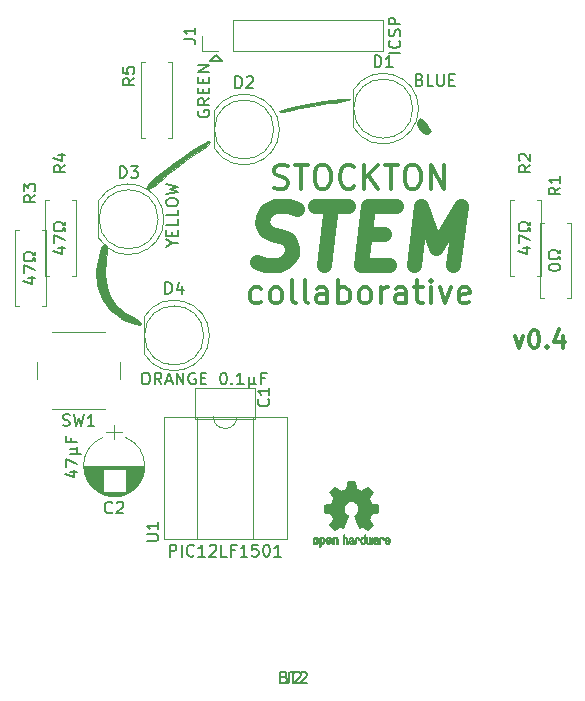
<source format=gto>
G04 #@! TF.FileFunction,Legend,Top*
%FSLAX46Y46*%
G04 Gerber Fmt 4.6, Leading zero omitted, Abs format (unit mm)*
G04 Created by KiCad (PCBNEW 4.0.7) date 12/15/17 11:54:43*
%MOMM*%
%LPD*%
G01*
G04 APERTURE LIST*
%ADD10C,0.100000*%
%ADD11C,0.200000*%
%ADD12C,0.300000*%
%ADD13C,1.250000*%
%ADD14C,0.120000*%
%ADD15C,0.010000*%
%ADD16C,0.150000*%
G04 APERTURE END LIST*
D10*
D11*
X143256000Y-77724000D02*
X142748000Y-77216000D01*
X142240000Y-77724000D02*
X143256000Y-77724000D01*
X142748000Y-77216000D02*
X142240000Y-77724000D01*
D12*
X168037144Y-101024571D02*
X168394287Y-102024571D01*
X168751429Y-101024571D01*
X169608572Y-100524571D02*
X169751429Y-100524571D01*
X169894286Y-100596000D01*
X169965715Y-100667429D01*
X170037144Y-100810286D01*
X170108572Y-101096000D01*
X170108572Y-101453143D01*
X170037144Y-101738857D01*
X169965715Y-101881714D01*
X169894286Y-101953143D01*
X169751429Y-102024571D01*
X169608572Y-102024571D01*
X169465715Y-101953143D01*
X169394286Y-101881714D01*
X169322858Y-101738857D01*
X169251429Y-101453143D01*
X169251429Y-101096000D01*
X169322858Y-100810286D01*
X169394286Y-100667429D01*
X169465715Y-100596000D01*
X169608572Y-100524571D01*
X170751429Y-101881714D02*
X170822857Y-101953143D01*
X170751429Y-102024571D01*
X170680000Y-101953143D01*
X170751429Y-101881714D01*
X170751429Y-102024571D01*
X172108572Y-101024571D02*
X172108572Y-102024571D01*
X171751429Y-100453143D02*
X171394286Y-101524571D01*
X172322858Y-101524571D01*
X146529047Y-98129624D02*
X146338571Y-98224862D01*
X145957619Y-98224862D01*
X145767143Y-98129624D01*
X145671904Y-98034386D01*
X145576666Y-97843910D01*
X145576666Y-97272481D01*
X145671904Y-97082005D01*
X145767143Y-96986767D01*
X145957619Y-96891529D01*
X146338571Y-96891529D01*
X146529047Y-96986767D01*
X147671905Y-98224862D02*
X147481429Y-98129624D01*
X147386190Y-98034386D01*
X147290952Y-97843910D01*
X147290952Y-97272481D01*
X147386190Y-97082005D01*
X147481429Y-96986767D01*
X147671905Y-96891529D01*
X147957619Y-96891529D01*
X148148095Y-96986767D01*
X148243333Y-97082005D01*
X148338571Y-97272481D01*
X148338571Y-97843910D01*
X148243333Y-98034386D01*
X148148095Y-98129624D01*
X147957619Y-98224862D01*
X147671905Y-98224862D01*
X149481429Y-98224862D02*
X149290953Y-98129624D01*
X149195714Y-97939148D01*
X149195714Y-96224862D01*
X150529048Y-98224862D02*
X150338572Y-98129624D01*
X150243333Y-97939148D01*
X150243333Y-96224862D01*
X152148095Y-98224862D02*
X152148095Y-97177243D01*
X152052857Y-96986767D01*
X151862381Y-96891529D01*
X151481429Y-96891529D01*
X151290952Y-96986767D01*
X152148095Y-98129624D02*
X151957619Y-98224862D01*
X151481429Y-98224862D01*
X151290952Y-98129624D01*
X151195714Y-97939148D01*
X151195714Y-97748671D01*
X151290952Y-97558195D01*
X151481429Y-97462957D01*
X151957619Y-97462957D01*
X152148095Y-97367719D01*
X153100476Y-98224862D02*
X153100476Y-96224862D01*
X153100476Y-96986767D02*
X153290953Y-96891529D01*
X153671905Y-96891529D01*
X153862381Y-96986767D01*
X153957619Y-97082005D01*
X154052857Y-97272481D01*
X154052857Y-97843910D01*
X153957619Y-98034386D01*
X153862381Y-98129624D01*
X153671905Y-98224862D01*
X153290953Y-98224862D01*
X153100476Y-98129624D01*
X155195715Y-98224862D02*
X155005239Y-98129624D01*
X154910000Y-98034386D01*
X154814762Y-97843910D01*
X154814762Y-97272481D01*
X154910000Y-97082005D01*
X155005239Y-96986767D01*
X155195715Y-96891529D01*
X155481429Y-96891529D01*
X155671905Y-96986767D01*
X155767143Y-97082005D01*
X155862381Y-97272481D01*
X155862381Y-97843910D01*
X155767143Y-98034386D01*
X155671905Y-98129624D01*
X155481429Y-98224862D01*
X155195715Y-98224862D01*
X156719524Y-98224862D02*
X156719524Y-96891529D01*
X156719524Y-97272481D02*
X156814763Y-97082005D01*
X156910001Y-96986767D01*
X157100477Y-96891529D01*
X157290953Y-96891529D01*
X158814762Y-98224862D02*
X158814762Y-97177243D01*
X158719524Y-96986767D01*
X158529048Y-96891529D01*
X158148096Y-96891529D01*
X157957619Y-96986767D01*
X158814762Y-98129624D02*
X158624286Y-98224862D01*
X158148096Y-98224862D01*
X157957619Y-98129624D01*
X157862381Y-97939148D01*
X157862381Y-97748671D01*
X157957619Y-97558195D01*
X158148096Y-97462957D01*
X158624286Y-97462957D01*
X158814762Y-97367719D01*
X159481429Y-96891529D02*
X160243334Y-96891529D01*
X159767143Y-96224862D02*
X159767143Y-97939148D01*
X159862382Y-98129624D01*
X160052858Y-98224862D01*
X160243334Y-98224862D01*
X160910000Y-98224862D02*
X160910000Y-96891529D01*
X160910000Y-96224862D02*
X160814762Y-96320100D01*
X160910000Y-96415338D01*
X161005239Y-96320100D01*
X160910000Y-96224862D01*
X160910000Y-96415338D01*
X161671905Y-96891529D02*
X162148096Y-98224862D01*
X162624286Y-96891529D01*
X164148096Y-98129624D02*
X163957620Y-98224862D01*
X163576668Y-98224862D01*
X163386191Y-98129624D01*
X163290953Y-97939148D01*
X163290953Y-97177243D01*
X163386191Y-96986767D01*
X163576668Y-96891529D01*
X163957620Y-96891529D01*
X164148096Y-96986767D01*
X164243334Y-97177243D01*
X164243334Y-97367719D01*
X163290953Y-97558195D01*
X147671904Y-88439524D02*
X147957619Y-88534762D01*
X148433809Y-88534762D01*
X148624285Y-88439524D01*
X148719523Y-88344286D01*
X148814762Y-88153810D01*
X148814762Y-87963333D01*
X148719523Y-87772857D01*
X148624285Y-87677619D01*
X148433809Y-87582381D01*
X148052857Y-87487143D01*
X147862381Y-87391905D01*
X147767142Y-87296667D01*
X147671904Y-87106190D01*
X147671904Y-86915714D01*
X147767142Y-86725238D01*
X147862381Y-86630000D01*
X148052857Y-86534762D01*
X148529047Y-86534762D01*
X148814762Y-86630000D01*
X149386190Y-86534762D02*
X150529047Y-86534762D01*
X149957619Y-88534762D02*
X149957619Y-86534762D01*
X151576667Y-86534762D02*
X151957619Y-86534762D01*
X152148095Y-86630000D01*
X152338572Y-86820476D01*
X152433810Y-87201429D01*
X152433810Y-87868095D01*
X152338572Y-88249048D01*
X152148095Y-88439524D01*
X151957619Y-88534762D01*
X151576667Y-88534762D01*
X151386191Y-88439524D01*
X151195714Y-88249048D01*
X151100476Y-87868095D01*
X151100476Y-87201429D01*
X151195714Y-86820476D01*
X151386191Y-86630000D01*
X151576667Y-86534762D01*
X154433810Y-88344286D02*
X154338572Y-88439524D01*
X154052857Y-88534762D01*
X153862381Y-88534762D01*
X153576667Y-88439524D01*
X153386191Y-88249048D01*
X153290952Y-88058571D01*
X153195714Y-87677619D01*
X153195714Y-87391905D01*
X153290952Y-87010952D01*
X153386191Y-86820476D01*
X153576667Y-86630000D01*
X153862381Y-86534762D01*
X154052857Y-86534762D01*
X154338572Y-86630000D01*
X154433810Y-86725238D01*
X155290952Y-88534762D02*
X155290952Y-86534762D01*
X156433810Y-88534762D02*
X155576667Y-87391905D01*
X156433810Y-86534762D02*
X155290952Y-87677619D01*
X157005238Y-86534762D02*
X158148095Y-86534762D01*
X157576667Y-88534762D02*
X157576667Y-86534762D01*
X159195715Y-86534762D02*
X159576667Y-86534762D01*
X159767143Y-86630000D01*
X159957620Y-86820476D01*
X160052858Y-87201429D01*
X160052858Y-87868095D01*
X159957620Y-88249048D01*
X159767143Y-88439524D01*
X159576667Y-88534762D01*
X159195715Y-88534762D01*
X159005239Y-88439524D01*
X158814762Y-88249048D01*
X158719524Y-87868095D01*
X158719524Y-87201429D01*
X158814762Y-86820476D01*
X159005239Y-86630000D01*
X159195715Y-86534762D01*
X160910000Y-88534762D02*
X160910000Y-86534762D01*
X162052858Y-88534762D01*
X162052858Y-86534762D01*
D13*
X146204643Y-94733810D02*
X146889167Y-94971905D01*
X148079643Y-94971905D01*
X148585595Y-94733810D01*
X148853453Y-94495714D01*
X149151072Y-94019524D01*
X149210595Y-93543333D01*
X149032024Y-93067143D01*
X148823690Y-92829048D01*
X148377262Y-92590952D01*
X147454643Y-92352857D01*
X147008214Y-92114762D01*
X146799881Y-91876667D01*
X146621310Y-91400476D01*
X146680833Y-90924286D01*
X146978452Y-90448095D01*
X147246309Y-90210000D01*
X147752262Y-89971905D01*
X148942738Y-89971905D01*
X149627262Y-90210000D01*
X151085595Y-89971905D02*
X153942738Y-89971905D01*
X151889167Y-94971905D02*
X152514167Y-89971905D01*
X155311786Y-92352857D02*
X156978453Y-92352857D01*
X157365358Y-94971905D02*
X154984405Y-94971905D01*
X155609405Y-89971905D01*
X157990358Y-89971905D01*
X159508215Y-94971905D02*
X160133215Y-89971905D01*
X161353453Y-93543333D01*
X163466549Y-89971905D01*
X162841549Y-94971905D01*
D14*
X136662000Y-111994000D02*
X131562000Y-111994000D01*
X136662000Y-112034000D02*
X131562000Y-112034000D01*
X136661000Y-112074000D02*
X131563000Y-112074000D01*
X136660000Y-112114000D02*
X131564000Y-112114000D01*
X136658000Y-112154000D02*
X131566000Y-112154000D01*
X136655000Y-112194000D02*
X131569000Y-112194000D01*
X136651000Y-112234000D02*
X131573000Y-112234000D01*
X136647000Y-112274000D02*
X135092000Y-112274000D01*
X133132000Y-112274000D02*
X131577000Y-112274000D01*
X136643000Y-112314000D02*
X135092000Y-112314000D01*
X133132000Y-112314000D02*
X131581000Y-112314000D01*
X136637000Y-112354000D02*
X135092000Y-112354000D01*
X133132000Y-112354000D02*
X131587000Y-112354000D01*
X136631000Y-112394000D02*
X135092000Y-112394000D01*
X133132000Y-112394000D02*
X131593000Y-112394000D01*
X136625000Y-112434000D02*
X135092000Y-112434000D01*
X133132000Y-112434000D02*
X131599000Y-112434000D01*
X136618000Y-112474000D02*
X135092000Y-112474000D01*
X133132000Y-112474000D02*
X131606000Y-112474000D01*
X136610000Y-112514000D02*
X135092000Y-112514000D01*
X133132000Y-112514000D02*
X131614000Y-112514000D01*
X136601000Y-112554000D02*
X135092000Y-112554000D01*
X133132000Y-112554000D02*
X131623000Y-112554000D01*
X136592000Y-112594000D02*
X135092000Y-112594000D01*
X133132000Y-112594000D02*
X131632000Y-112594000D01*
X136582000Y-112634000D02*
X135092000Y-112634000D01*
X133132000Y-112634000D02*
X131642000Y-112634000D01*
X136572000Y-112674000D02*
X135092000Y-112674000D01*
X133132000Y-112674000D02*
X131652000Y-112674000D01*
X136560000Y-112715000D02*
X135092000Y-112715000D01*
X133132000Y-112715000D02*
X131664000Y-112715000D01*
X136548000Y-112755000D02*
X135092000Y-112755000D01*
X133132000Y-112755000D02*
X131676000Y-112755000D01*
X136536000Y-112795000D02*
X135092000Y-112795000D01*
X133132000Y-112795000D02*
X131688000Y-112795000D01*
X136522000Y-112835000D02*
X135092000Y-112835000D01*
X133132000Y-112835000D02*
X131702000Y-112835000D01*
X136508000Y-112875000D02*
X135092000Y-112875000D01*
X133132000Y-112875000D02*
X131716000Y-112875000D01*
X136494000Y-112915000D02*
X135092000Y-112915000D01*
X133132000Y-112915000D02*
X131730000Y-112915000D01*
X136478000Y-112955000D02*
X135092000Y-112955000D01*
X133132000Y-112955000D02*
X131746000Y-112955000D01*
X136462000Y-112995000D02*
X135092000Y-112995000D01*
X133132000Y-112995000D02*
X131762000Y-112995000D01*
X136445000Y-113035000D02*
X135092000Y-113035000D01*
X133132000Y-113035000D02*
X131779000Y-113035000D01*
X136427000Y-113075000D02*
X135092000Y-113075000D01*
X133132000Y-113075000D02*
X131797000Y-113075000D01*
X136408000Y-113115000D02*
X135092000Y-113115000D01*
X133132000Y-113115000D02*
X131816000Y-113115000D01*
X136388000Y-113155000D02*
X135092000Y-113155000D01*
X133132000Y-113155000D02*
X131836000Y-113155000D01*
X136368000Y-113195000D02*
X135092000Y-113195000D01*
X133132000Y-113195000D02*
X131856000Y-113195000D01*
X136346000Y-113235000D02*
X135092000Y-113235000D01*
X133132000Y-113235000D02*
X131878000Y-113235000D01*
X136324000Y-113275000D02*
X135092000Y-113275000D01*
X133132000Y-113275000D02*
X131900000Y-113275000D01*
X136301000Y-113315000D02*
X135092000Y-113315000D01*
X133132000Y-113315000D02*
X131923000Y-113315000D01*
X136277000Y-113355000D02*
X135092000Y-113355000D01*
X133132000Y-113355000D02*
X131947000Y-113355000D01*
X136252000Y-113395000D02*
X135092000Y-113395000D01*
X133132000Y-113395000D02*
X131972000Y-113395000D01*
X136225000Y-113435000D02*
X135092000Y-113435000D01*
X133132000Y-113435000D02*
X131999000Y-113435000D01*
X136198000Y-113475000D02*
X135092000Y-113475000D01*
X133132000Y-113475000D02*
X132026000Y-113475000D01*
X136170000Y-113515000D02*
X135092000Y-113515000D01*
X133132000Y-113515000D02*
X132054000Y-113515000D01*
X136140000Y-113555000D02*
X135092000Y-113555000D01*
X133132000Y-113555000D02*
X132084000Y-113555000D01*
X136109000Y-113595000D02*
X135092000Y-113595000D01*
X133132000Y-113595000D02*
X132115000Y-113595000D01*
X136077000Y-113635000D02*
X135092000Y-113635000D01*
X133132000Y-113635000D02*
X132147000Y-113635000D01*
X136044000Y-113675000D02*
X135092000Y-113675000D01*
X133132000Y-113675000D02*
X132180000Y-113675000D01*
X136009000Y-113715000D02*
X135092000Y-113715000D01*
X133132000Y-113715000D02*
X132215000Y-113715000D01*
X135973000Y-113755000D02*
X135092000Y-113755000D01*
X133132000Y-113755000D02*
X132251000Y-113755000D01*
X135935000Y-113795000D02*
X135092000Y-113795000D01*
X133132000Y-113795000D02*
X132289000Y-113795000D01*
X135895000Y-113835000D02*
X135092000Y-113835000D01*
X133132000Y-113835000D02*
X132329000Y-113835000D01*
X135854000Y-113875000D02*
X135092000Y-113875000D01*
X133132000Y-113875000D02*
X132370000Y-113875000D01*
X135811000Y-113915000D02*
X135092000Y-113915000D01*
X133132000Y-113915000D02*
X132413000Y-113915000D01*
X135766000Y-113955000D02*
X135092000Y-113955000D01*
X133132000Y-113955000D02*
X132458000Y-113955000D01*
X135718000Y-113995000D02*
X135092000Y-113995000D01*
X133132000Y-113995000D02*
X132506000Y-113995000D01*
X135668000Y-114035000D02*
X135092000Y-114035000D01*
X133132000Y-114035000D02*
X132556000Y-114035000D01*
X135616000Y-114075000D02*
X135092000Y-114075000D01*
X133132000Y-114075000D02*
X132608000Y-114075000D01*
X135560000Y-114115000D02*
X135092000Y-114115000D01*
X133132000Y-114115000D02*
X132664000Y-114115000D01*
X135502000Y-114155000D02*
X135092000Y-114155000D01*
X133132000Y-114155000D02*
X132722000Y-114155000D01*
X135439000Y-114195000D02*
X135092000Y-114195000D01*
X133132000Y-114195000D02*
X132785000Y-114195000D01*
X135373000Y-114235000D02*
X132851000Y-114235000D01*
X135301000Y-114275000D02*
X132923000Y-114275000D01*
X135224000Y-114315000D02*
X133000000Y-114315000D01*
X135140000Y-114355000D02*
X133084000Y-114355000D01*
X135046000Y-114395000D02*
X133178000Y-114395000D01*
X134941000Y-114435000D02*
X133283000Y-114435000D01*
X134819000Y-114475000D02*
X133405000Y-114475000D01*
X134671000Y-114515000D02*
X133553000Y-114515000D01*
X134466000Y-114555000D02*
X133758000Y-114555000D01*
X134112000Y-108544000D02*
X134112000Y-109744000D01*
X134762000Y-109144000D02*
X133462000Y-109144000D01*
X135093400Y-114390863D02*
G75*
G03X135092000Y-109596564I-981400J2396863D01*
G01*
X133130600Y-114390863D02*
G75*
G02X133132000Y-109596564I981400J2396863D01*
G01*
X133130600Y-114390863D02*
G75*
G03X135092000Y-114391436I981400J2396863D01*
G01*
X128560000Y-95920000D02*
X128230000Y-95920000D01*
X128230000Y-95920000D02*
X128230000Y-89500000D01*
X128230000Y-89500000D02*
X128560000Y-89500000D01*
X130520000Y-95920000D02*
X130850000Y-95920000D01*
X130850000Y-95920000D02*
X130850000Y-89500000D01*
X130850000Y-89500000D02*
X130520000Y-89500000D01*
X142510000Y-107830000D02*
X141140000Y-107830000D01*
X141140000Y-107830000D02*
X141140000Y-118230000D01*
X141140000Y-118230000D02*
X145880000Y-118230000D01*
X145880000Y-118230000D02*
X145880000Y-107830000D01*
X145880000Y-107830000D02*
X144510000Y-107830000D01*
X138310000Y-107830000D02*
X138310000Y-118230000D01*
X138310000Y-118230000D02*
X148710000Y-118230000D01*
X148710000Y-118230000D02*
X148710000Y-107830000D01*
X148710000Y-107830000D02*
X138310000Y-107830000D01*
X144510000Y-107830000D02*
G75*
G02X142510000Y-107830000I-1000000J0D01*
G01*
X140930000Y-105370000D02*
X146050000Y-105370000D01*
X140930000Y-107990000D02*
X146050000Y-107990000D01*
X140930000Y-105370000D02*
X140930000Y-107990000D01*
X146050000Y-105370000D02*
X146050000Y-107990000D01*
X159885800Y-81752902D02*
G75*
G03X154335800Y-80207610I-2990000J462D01*
G01*
X159885800Y-81751978D02*
G75*
G02X154335800Y-83297270I-2990000J-462D01*
G01*
X159395800Y-81752440D02*
G75*
G03X159395800Y-81752440I-2500000J0D01*
G01*
X154335800Y-80207440D02*
X154335800Y-83297440D01*
X148105280Y-83520742D02*
G75*
G03X142555280Y-81975450I-2990000J462D01*
G01*
X148105280Y-83519818D02*
G75*
G02X142555280Y-85065110I-2990000J-462D01*
G01*
X147615280Y-83520280D02*
G75*
G03X147615280Y-83520280I-2500000J0D01*
G01*
X142555280Y-81975280D02*
X142555280Y-85065280D01*
X138326280Y-91120422D02*
G75*
G03X132776280Y-89575130I-2990000J462D01*
G01*
X138326280Y-91119498D02*
G75*
G02X132776280Y-92664790I-2990000J-462D01*
G01*
X137836280Y-91119960D02*
G75*
G03X137836280Y-91119960I-2500000J0D01*
G01*
X132776280Y-89574960D02*
X132776280Y-92664960D01*
X142182000Y-100955302D02*
G75*
G03X136632000Y-99410010I-2990000J462D01*
G01*
X142182000Y-100954378D02*
G75*
G02X136632000Y-102499670I-2990000J-462D01*
G01*
X141692000Y-100954840D02*
G75*
G03X141692000Y-100954840I-2500000J0D01*
G01*
X136632000Y-99409840D02*
X136632000Y-102499840D01*
X170470000Y-97825000D02*
X170140000Y-97825000D01*
X170140000Y-97825000D02*
X170140000Y-91405000D01*
X170140000Y-91405000D02*
X170470000Y-91405000D01*
X172430000Y-97825000D02*
X172760000Y-97825000D01*
X172760000Y-97825000D02*
X172760000Y-91405000D01*
X172760000Y-91405000D02*
X172430000Y-91405000D01*
X167930000Y-95920000D02*
X167600000Y-95920000D01*
X167600000Y-95920000D02*
X167600000Y-89500000D01*
X167600000Y-89500000D02*
X167930000Y-89500000D01*
X169890000Y-95920000D02*
X170220000Y-95920000D01*
X170220000Y-95920000D02*
X170220000Y-89500000D01*
X170220000Y-89500000D02*
X169890000Y-89500000D01*
X126020000Y-98460000D02*
X125690000Y-98460000D01*
X125690000Y-98460000D02*
X125690000Y-92040000D01*
X125690000Y-92040000D02*
X126020000Y-92040000D01*
X127980000Y-98460000D02*
X128310000Y-98460000D01*
X128310000Y-98460000D02*
X128310000Y-92040000D01*
X128310000Y-92040000D02*
X127980000Y-92040000D01*
X144145000Y-76895000D02*
X156905000Y-76895000D01*
X156905000Y-76895000D02*
X156905000Y-74235000D01*
X156905000Y-74235000D02*
X144145000Y-74235000D01*
X144145000Y-74235000D02*
X144145000Y-76895000D01*
X142875000Y-76895000D02*
X141545000Y-76895000D01*
X141545000Y-76895000D02*
X141545000Y-75565000D01*
X136688000Y-84236000D02*
X136358000Y-84236000D01*
X136358000Y-84236000D02*
X136358000Y-77816000D01*
X136358000Y-77816000D02*
X136688000Y-77816000D01*
X138648000Y-84236000D02*
X138978000Y-84236000D01*
X138978000Y-84236000D02*
X138978000Y-77816000D01*
X138978000Y-77816000D02*
X138648000Y-77816000D01*
D15*
G36*
X133409784Y-93258301D02*
X133438187Y-93285020D01*
X133544092Y-93498556D01*
X133547020Y-93879377D01*
X133446899Y-94509920D01*
X133437108Y-94560066D01*
X133318439Y-95752161D01*
X133478126Y-96815383D01*
X133786790Y-97587979D01*
X134311798Y-98339561D01*
X135044506Y-99017684D01*
X135844349Y-99492616D01*
X135855480Y-99497257D01*
X136233183Y-99693896D01*
X136416008Y-99868019D01*
X136419167Y-99885733D01*
X136279601Y-100031828D01*
X135906098Y-100010087D01*
X135366450Y-99835462D01*
X134728450Y-99522906D01*
X134699603Y-99506462D01*
X133747570Y-98772415D01*
X133074823Y-97836626D01*
X132692858Y-96727011D01*
X132613173Y-95471487D01*
X132711480Y-94679518D01*
X132885193Y-93874037D01*
X133048710Y-93389344D01*
X133218188Y-93194434D01*
X133409784Y-93258301D01*
X133409784Y-93258301D01*
G37*
X133409784Y-93258301D02*
X133438187Y-93285020D01*
X133544092Y-93498556D01*
X133547020Y-93879377D01*
X133446899Y-94509920D01*
X133437108Y-94560066D01*
X133318439Y-95752161D01*
X133478126Y-96815383D01*
X133786790Y-97587979D01*
X134311798Y-98339561D01*
X135044506Y-99017684D01*
X135844349Y-99492616D01*
X135855480Y-99497257D01*
X136233183Y-99693896D01*
X136416008Y-99868019D01*
X136419167Y-99885733D01*
X136279601Y-100031828D01*
X135906098Y-100010087D01*
X135366450Y-99835462D01*
X134728450Y-99522906D01*
X134699603Y-99506462D01*
X133747570Y-98772415D01*
X133074823Y-97836626D01*
X132692858Y-96727011D01*
X132613173Y-95471487D01*
X132711480Y-94679518D01*
X132885193Y-93874037D01*
X133048710Y-93389344D01*
X133218188Y-93194434D01*
X133409784Y-93258301D01*
G36*
X142255413Y-84595518D02*
X142081907Y-84823035D01*
X141603006Y-85195752D01*
X140961181Y-85621999D01*
X140195823Y-86140469D01*
X139334029Y-86773389D01*
X138541049Y-87398622D01*
X138413694Y-87504869D01*
X137790810Y-88027179D01*
X137382318Y-88352414D01*
X137133919Y-88512104D01*
X136991319Y-88537776D01*
X136900220Y-88460958D01*
X136863739Y-88404880D01*
X136946576Y-88224684D01*
X137271104Y-87891841D01*
X137783405Y-87446233D01*
X138429560Y-86927743D01*
X139155649Y-86376252D01*
X139907755Y-85831641D01*
X140631960Y-85333793D01*
X141274343Y-84922589D01*
X141780988Y-84637911D01*
X142097974Y-84519641D01*
X142117969Y-84518500D01*
X142255413Y-84595518D01*
X142255413Y-84595518D01*
G37*
X142255413Y-84595518D02*
X142081907Y-84823035D01*
X141603006Y-85195752D01*
X140961181Y-85621999D01*
X140195823Y-86140469D01*
X139334029Y-86773389D01*
X138541049Y-87398622D01*
X138413694Y-87504869D01*
X137790810Y-88027179D01*
X137382318Y-88352414D01*
X137133919Y-88512104D01*
X136991319Y-88537776D01*
X136900220Y-88460958D01*
X136863739Y-88404880D01*
X136946576Y-88224684D01*
X137271104Y-87891841D01*
X137783405Y-87446233D01*
X138429560Y-86927743D01*
X139155649Y-86376252D01*
X139907755Y-85831641D01*
X140631960Y-85333793D01*
X141274343Y-84922589D01*
X141780988Y-84637911D01*
X142097974Y-84519641D01*
X142117969Y-84518500D01*
X142255413Y-84595518D01*
G36*
X160225331Y-82706183D02*
X160502869Y-83007658D01*
X160770097Y-83359043D01*
X160926767Y-83636730D01*
X160937222Y-83687310D01*
X160791779Y-83794182D01*
X160592526Y-83861940D01*
X160224724Y-83800671D01*
X159961762Y-83515484D01*
X159786214Y-83095442D01*
X159802119Y-82746718D01*
X160000456Y-82580604D01*
X160037731Y-82578222D01*
X160225331Y-82706183D01*
X160225331Y-82706183D01*
G37*
X160225331Y-82706183D02*
X160502869Y-83007658D01*
X160770097Y-83359043D01*
X160926767Y-83636730D01*
X160937222Y-83687310D01*
X160791779Y-83794182D01*
X160592526Y-83861940D01*
X160224724Y-83800671D01*
X159961762Y-83515484D01*
X159786214Y-83095442D01*
X159802119Y-82746718D01*
X160000456Y-82580604D01*
X160037731Y-82578222D01*
X160225331Y-82706183D01*
G36*
X154048151Y-80946161D02*
X154058056Y-80967277D01*
X153894746Y-81042819D01*
X153453625Y-81139424D01*
X152807903Y-81243019D01*
X152250070Y-81314889D01*
X151357557Y-81434093D01*
X150475882Y-81577066D01*
X149741213Y-81720737D01*
X149471945Y-81785523D01*
X148858103Y-81932282D01*
X148394990Y-82012217D01*
X148126201Y-82025895D01*
X148095333Y-81973880D01*
X148345981Y-81856738D01*
X148590000Y-81774079D01*
X149251477Y-81591873D01*
X150052753Y-81412406D01*
X150926900Y-81245555D01*
X151806987Y-81101194D01*
X152626086Y-80989198D01*
X153317265Y-80919444D01*
X153813597Y-80901807D01*
X154048151Y-80946161D01*
X154048151Y-80946161D01*
G37*
X154048151Y-80946161D02*
X154058056Y-80967277D01*
X153894746Y-81042819D01*
X153453625Y-81139424D01*
X152807903Y-81243019D01*
X152250070Y-81314889D01*
X151357557Y-81434093D01*
X150475882Y-81577066D01*
X149741213Y-81720737D01*
X149471945Y-81785523D01*
X148858103Y-81932282D01*
X148394990Y-82012217D01*
X148126201Y-82025895D01*
X148095333Y-81973880D01*
X148345981Y-81856738D01*
X148590000Y-81774079D01*
X149251477Y-81591873D01*
X150052753Y-81412406D01*
X150926900Y-81245555D01*
X151806987Y-81101194D01*
X152626086Y-80989198D01*
X153317265Y-80919444D01*
X153813597Y-80901807D01*
X154048151Y-80946161D01*
G36*
X151777744Y-117997918D02*
X151833201Y-118025568D01*
X151882148Y-118076480D01*
X151895629Y-118095338D01*
X151910314Y-118120015D01*
X151919842Y-118146816D01*
X151925293Y-118182587D01*
X151927747Y-118234169D01*
X151928286Y-118302267D01*
X151925852Y-118395588D01*
X151917394Y-118465657D01*
X151901174Y-118517931D01*
X151875454Y-118557869D01*
X151838497Y-118590929D01*
X151835782Y-118592886D01*
X151799360Y-118612908D01*
X151755502Y-118622815D01*
X151699724Y-118625257D01*
X151609048Y-118625257D01*
X151609010Y-118713283D01*
X151608166Y-118762308D01*
X151603024Y-118791065D01*
X151589587Y-118808311D01*
X151563858Y-118822808D01*
X151557679Y-118825769D01*
X151528764Y-118839648D01*
X151506376Y-118848414D01*
X151489729Y-118849171D01*
X151478036Y-118839023D01*
X151470510Y-118815073D01*
X151466366Y-118774426D01*
X151464815Y-118714186D01*
X151465071Y-118631455D01*
X151466349Y-118523339D01*
X151466748Y-118491000D01*
X151468185Y-118379524D01*
X151469472Y-118306603D01*
X151608971Y-118306603D01*
X151609755Y-118368499D01*
X151613240Y-118408997D01*
X151621124Y-118435708D01*
X151635105Y-118456244D01*
X151644597Y-118466260D01*
X151683404Y-118495567D01*
X151717763Y-118497952D01*
X151753216Y-118473750D01*
X151754114Y-118472857D01*
X151768539Y-118454153D01*
X151777313Y-118428732D01*
X151781739Y-118389584D01*
X151783118Y-118329697D01*
X151783143Y-118316430D01*
X151779812Y-118233901D01*
X151768969Y-118176691D01*
X151749340Y-118141766D01*
X151719650Y-118126094D01*
X151702491Y-118124514D01*
X151661766Y-118131926D01*
X151633832Y-118156330D01*
X151617017Y-118200980D01*
X151609650Y-118269130D01*
X151608971Y-118306603D01*
X151469472Y-118306603D01*
X151469708Y-118293245D01*
X151471677Y-118228333D01*
X151474450Y-118180958D01*
X151478388Y-118147290D01*
X151483849Y-118123498D01*
X151491192Y-118105753D01*
X151500777Y-118090224D01*
X151504887Y-118084381D01*
X151559405Y-118029185D01*
X151628336Y-117997890D01*
X151708072Y-117989165D01*
X151777744Y-117997918D01*
X151777744Y-117997918D01*
G37*
X151777744Y-117997918D02*
X151833201Y-118025568D01*
X151882148Y-118076480D01*
X151895629Y-118095338D01*
X151910314Y-118120015D01*
X151919842Y-118146816D01*
X151925293Y-118182587D01*
X151927747Y-118234169D01*
X151928286Y-118302267D01*
X151925852Y-118395588D01*
X151917394Y-118465657D01*
X151901174Y-118517931D01*
X151875454Y-118557869D01*
X151838497Y-118590929D01*
X151835782Y-118592886D01*
X151799360Y-118612908D01*
X151755502Y-118622815D01*
X151699724Y-118625257D01*
X151609048Y-118625257D01*
X151609010Y-118713283D01*
X151608166Y-118762308D01*
X151603024Y-118791065D01*
X151589587Y-118808311D01*
X151563858Y-118822808D01*
X151557679Y-118825769D01*
X151528764Y-118839648D01*
X151506376Y-118848414D01*
X151489729Y-118849171D01*
X151478036Y-118839023D01*
X151470510Y-118815073D01*
X151466366Y-118774426D01*
X151464815Y-118714186D01*
X151465071Y-118631455D01*
X151466349Y-118523339D01*
X151466748Y-118491000D01*
X151468185Y-118379524D01*
X151469472Y-118306603D01*
X151608971Y-118306603D01*
X151609755Y-118368499D01*
X151613240Y-118408997D01*
X151621124Y-118435708D01*
X151635105Y-118456244D01*
X151644597Y-118466260D01*
X151683404Y-118495567D01*
X151717763Y-118497952D01*
X151753216Y-118473750D01*
X151754114Y-118472857D01*
X151768539Y-118454153D01*
X151777313Y-118428732D01*
X151781739Y-118389584D01*
X151783118Y-118329697D01*
X151783143Y-118316430D01*
X151779812Y-118233901D01*
X151768969Y-118176691D01*
X151749340Y-118141766D01*
X151719650Y-118126094D01*
X151702491Y-118124514D01*
X151661766Y-118131926D01*
X151633832Y-118156330D01*
X151617017Y-118200980D01*
X151609650Y-118269130D01*
X151608971Y-118306603D01*
X151469472Y-118306603D01*
X151469708Y-118293245D01*
X151471677Y-118228333D01*
X151474450Y-118180958D01*
X151478388Y-118147290D01*
X151483849Y-118123498D01*
X151491192Y-118105753D01*
X151500777Y-118090224D01*
X151504887Y-118084381D01*
X151559405Y-118029185D01*
X151628336Y-117997890D01*
X151708072Y-117989165D01*
X151777744Y-117997918D01*
G36*
X152894093Y-118005780D02*
X152940672Y-118032723D01*
X152973057Y-118059466D01*
X152996742Y-118087484D01*
X153013059Y-118121748D01*
X153023339Y-118167227D01*
X153028914Y-118228892D01*
X153031116Y-118311711D01*
X153031371Y-118371246D01*
X153031371Y-118590391D01*
X152969686Y-118618044D01*
X152908000Y-118645697D01*
X152900743Y-118405670D01*
X152897744Y-118316028D01*
X152894598Y-118250962D01*
X152890701Y-118206026D01*
X152885447Y-118176770D01*
X152878231Y-118158748D01*
X152868450Y-118147511D01*
X152865312Y-118145079D01*
X152817761Y-118126083D01*
X152769697Y-118133600D01*
X152741086Y-118153543D01*
X152729447Y-118167675D01*
X152721391Y-118186220D01*
X152716271Y-118214334D01*
X152713441Y-118257173D01*
X152712256Y-118319895D01*
X152712057Y-118385261D01*
X152712018Y-118467268D01*
X152710614Y-118525316D01*
X152705914Y-118564465D01*
X152695987Y-118589780D01*
X152678903Y-118606323D01*
X152652732Y-118619156D01*
X152617775Y-118632491D01*
X152579596Y-118647007D01*
X152584141Y-118389389D01*
X152585971Y-118296519D01*
X152588112Y-118227889D01*
X152591181Y-118178711D01*
X152595794Y-118144198D01*
X152602568Y-118119562D01*
X152612119Y-118100016D01*
X152623634Y-118082770D01*
X152679190Y-118027680D01*
X152746980Y-117995822D01*
X152820713Y-117988191D01*
X152894093Y-118005780D01*
X152894093Y-118005780D01*
G37*
X152894093Y-118005780D02*
X152940672Y-118032723D01*
X152973057Y-118059466D01*
X152996742Y-118087484D01*
X153013059Y-118121748D01*
X153023339Y-118167227D01*
X153028914Y-118228892D01*
X153031116Y-118311711D01*
X153031371Y-118371246D01*
X153031371Y-118590391D01*
X152969686Y-118618044D01*
X152908000Y-118645697D01*
X152900743Y-118405670D01*
X152897744Y-118316028D01*
X152894598Y-118250962D01*
X152890701Y-118206026D01*
X152885447Y-118176770D01*
X152878231Y-118158748D01*
X152868450Y-118147511D01*
X152865312Y-118145079D01*
X152817761Y-118126083D01*
X152769697Y-118133600D01*
X152741086Y-118153543D01*
X152729447Y-118167675D01*
X152721391Y-118186220D01*
X152716271Y-118214334D01*
X152713441Y-118257173D01*
X152712256Y-118319895D01*
X152712057Y-118385261D01*
X152712018Y-118467268D01*
X152710614Y-118525316D01*
X152705914Y-118564465D01*
X152695987Y-118589780D01*
X152678903Y-118606323D01*
X152652732Y-118619156D01*
X152617775Y-118632491D01*
X152579596Y-118647007D01*
X152584141Y-118389389D01*
X152585971Y-118296519D01*
X152588112Y-118227889D01*
X152591181Y-118178711D01*
X152595794Y-118144198D01*
X152602568Y-118119562D01*
X152612119Y-118100016D01*
X152623634Y-118082770D01*
X152679190Y-118027680D01*
X152746980Y-117995822D01*
X152820713Y-117988191D01*
X152894093Y-118005780D01*
G36*
X151219115Y-117999962D02*
X151287145Y-118035733D01*
X151337351Y-118093301D01*
X151355185Y-118130312D01*
X151369063Y-118185882D01*
X151376167Y-118256096D01*
X151376840Y-118332727D01*
X151371427Y-118407552D01*
X151360270Y-118472342D01*
X151343714Y-118518873D01*
X151338626Y-118526887D01*
X151278355Y-118586707D01*
X151206769Y-118622535D01*
X151129092Y-118633020D01*
X151050548Y-118616810D01*
X151028689Y-118607092D01*
X150986122Y-118577143D01*
X150948763Y-118537433D01*
X150945232Y-118532397D01*
X150930881Y-118508124D01*
X150921394Y-118482178D01*
X150915790Y-118448022D01*
X150913086Y-118399119D01*
X150912299Y-118328935D01*
X150912286Y-118313200D01*
X150912322Y-118308192D01*
X151057429Y-118308192D01*
X151058273Y-118374430D01*
X151061596Y-118418386D01*
X151068583Y-118446779D01*
X151080416Y-118466325D01*
X151086457Y-118472857D01*
X151121186Y-118497680D01*
X151154903Y-118496548D01*
X151188995Y-118475016D01*
X151209329Y-118452029D01*
X151221371Y-118418478D01*
X151228134Y-118365569D01*
X151228598Y-118359399D01*
X151229752Y-118263513D01*
X151217688Y-118192299D01*
X151192570Y-118146194D01*
X151154560Y-118125635D01*
X151140992Y-118124514D01*
X151105364Y-118130152D01*
X151080994Y-118149686D01*
X151066093Y-118187042D01*
X151058875Y-118246150D01*
X151057429Y-118308192D01*
X150912322Y-118308192D01*
X150912826Y-118238413D01*
X150915096Y-118186159D01*
X150920068Y-118149949D01*
X150928713Y-118123299D01*
X150942005Y-118099722D01*
X150944943Y-118095338D01*
X150994313Y-118036249D01*
X151048109Y-118001947D01*
X151113602Y-117988331D01*
X151135842Y-117987665D01*
X151219115Y-117999962D01*
X151219115Y-117999962D01*
G37*
X151219115Y-117999962D02*
X151287145Y-118035733D01*
X151337351Y-118093301D01*
X151355185Y-118130312D01*
X151369063Y-118185882D01*
X151376167Y-118256096D01*
X151376840Y-118332727D01*
X151371427Y-118407552D01*
X151360270Y-118472342D01*
X151343714Y-118518873D01*
X151338626Y-118526887D01*
X151278355Y-118586707D01*
X151206769Y-118622535D01*
X151129092Y-118633020D01*
X151050548Y-118616810D01*
X151028689Y-118607092D01*
X150986122Y-118577143D01*
X150948763Y-118537433D01*
X150945232Y-118532397D01*
X150930881Y-118508124D01*
X150921394Y-118482178D01*
X150915790Y-118448022D01*
X150913086Y-118399119D01*
X150912299Y-118328935D01*
X150912286Y-118313200D01*
X150912322Y-118308192D01*
X151057429Y-118308192D01*
X151058273Y-118374430D01*
X151061596Y-118418386D01*
X151068583Y-118446779D01*
X151080416Y-118466325D01*
X151086457Y-118472857D01*
X151121186Y-118497680D01*
X151154903Y-118496548D01*
X151188995Y-118475016D01*
X151209329Y-118452029D01*
X151221371Y-118418478D01*
X151228134Y-118365569D01*
X151228598Y-118359399D01*
X151229752Y-118263513D01*
X151217688Y-118192299D01*
X151192570Y-118146194D01*
X151154560Y-118125635D01*
X151140992Y-118124514D01*
X151105364Y-118130152D01*
X151080994Y-118149686D01*
X151066093Y-118187042D01*
X151058875Y-118246150D01*
X151057429Y-118308192D01*
X150912322Y-118308192D01*
X150912826Y-118238413D01*
X150915096Y-118186159D01*
X150920068Y-118149949D01*
X150928713Y-118123299D01*
X150942005Y-118099722D01*
X150944943Y-118095338D01*
X150994313Y-118036249D01*
X151048109Y-118001947D01*
X151113602Y-117988331D01*
X151135842Y-117987665D01*
X151219115Y-117999962D01*
G36*
X152346303Y-118009239D02*
X152403527Y-118047735D01*
X152447749Y-118103335D01*
X152474167Y-118174086D01*
X152479510Y-118226162D01*
X152478903Y-118247893D01*
X152473822Y-118264531D01*
X152459855Y-118279437D01*
X152432589Y-118295973D01*
X152387612Y-118317498D01*
X152320511Y-118347374D01*
X152320171Y-118347524D01*
X152258407Y-118375813D01*
X152207759Y-118400933D01*
X152173404Y-118420179D01*
X152160518Y-118430848D01*
X152160514Y-118430934D01*
X152171872Y-118454166D01*
X152198431Y-118479774D01*
X152228923Y-118498221D01*
X152244370Y-118501886D01*
X152286515Y-118489212D01*
X152322808Y-118457471D01*
X152340517Y-118422572D01*
X152357552Y-118396845D01*
X152390922Y-118367546D01*
X152430149Y-118342235D01*
X152464756Y-118328471D01*
X152471993Y-118327714D01*
X152480139Y-118340160D01*
X152480630Y-118371972D01*
X152474643Y-118414866D01*
X152463357Y-118460558D01*
X152447950Y-118500761D01*
X152447171Y-118502322D01*
X152400804Y-118567062D01*
X152340711Y-118611097D01*
X152272465Y-118632711D01*
X152201638Y-118630185D01*
X152133804Y-118601804D01*
X152130788Y-118599808D01*
X152077427Y-118551448D01*
X152042340Y-118488352D01*
X152022922Y-118405387D01*
X152020316Y-118382078D01*
X152015701Y-118272055D01*
X152021233Y-118220748D01*
X152160514Y-118220748D01*
X152162324Y-118252753D01*
X152172222Y-118262093D01*
X152196898Y-118255105D01*
X152235795Y-118238587D01*
X152279275Y-118217881D01*
X152280356Y-118217333D01*
X152317209Y-118197949D01*
X152332000Y-118185013D01*
X152328353Y-118171451D01*
X152312995Y-118153632D01*
X152273923Y-118127845D01*
X152231846Y-118125950D01*
X152194103Y-118144717D01*
X152168034Y-118180915D01*
X152160514Y-118220748D01*
X152021233Y-118220748D01*
X152025194Y-118184027D01*
X152049550Y-118114212D01*
X152083456Y-118065302D01*
X152144653Y-118015878D01*
X152212063Y-117991359D01*
X152280880Y-117989797D01*
X152346303Y-118009239D01*
X152346303Y-118009239D01*
G37*
X152346303Y-118009239D02*
X152403527Y-118047735D01*
X152447749Y-118103335D01*
X152474167Y-118174086D01*
X152479510Y-118226162D01*
X152478903Y-118247893D01*
X152473822Y-118264531D01*
X152459855Y-118279437D01*
X152432589Y-118295973D01*
X152387612Y-118317498D01*
X152320511Y-118347374D01*
X152320171Y-118347524D01*
X152258407Y-118375813D01*
X152207759Y-118400933D01*
X152173404Y-118420179D01*
X152160518Y-118430848D01*
X152160514Y-118430934D01*
X152171872Y-118454166D01*
X152198431Y-118479774D01*
X152228923Y-118498221D01*
X152244370Y-118501886D01*
X152286515Y-118489212D01*
X152322808Y-118457471D01*
X152340517Y-118422572D01*
X152357552Y-118396845D01*
X152390922Y-118367546D01*
X152430149Y-118342235D01*
X152464756Y-118328471D01*
X152471993Y-118327714D01*
X152480139Y-118340160D01*
X152480630Y-118371972D01*
X152474643Y-118414866D01*
X152463357Y-118460558D01*
X152447950Y-118500761D01*
X152447171Y-118502322D01*
X152400804Y-118567062D01*
X152340711Y-118611097D01*
X152272465Y-118632711D01*
X152201638Y-118630185D01*
X152133804Y-118601804D01*
X152130788Y-118599808D01*
X152077427Y-118551448D01*
X152042340Y-118488352D01*
X152022922Y-118405387D01*
X152020316Y-118382078D01*
X152015701Y-118272055D01*
X152021233Y-118220748D01*
X152160514Y-118220748D01*
X152162324Y-118252753D01*
X152172222Y-118262093D01*
X152196898Y-118255105D01*
X152235795Y-118238587D01*
X152279275Y-118217881D01*
X152280356Y-118217333D01*
X152317209Y-118197949D01*
X152332000Y-118185013D01*
X152328353Y-118171451D01*
X152312995Y-118153632D01*
X152273923Y-118127845D01*
X152231846Y-118125950D01*
X152194103Y-118144717D01*
X152168034Y-118180915D01*
X152160514Y-118220748D01*
X152021233Y-118220748D01*
X152025194Y-118184027D01*
X152049550Y-118114212D01*
X152083456Y-118065302D01*
X152144653Y-118015878D01*
X152212063Y-117991359D01*
X152280880Y-117989797D01*
X152346303Y-118009239D01*
G36*
X153553886Y-117929289D02*
X153558139Y-117988613D01*
X153563025Y-118023572D01*
X153569795Y-118038820D01*
X153579702Y-118039015D01*
X153582914Y-118037195D01*
X153625644Y-118024015D01*
X153681227Y-118024785D01*
X153737737Y-118038333D01*
X153773082Y-118055861D01*
X153809321Y-118083861D01*
X153835813Y-118115549D01*
X153853999Y-118155813D01*
X153865322Y-118209543D01*
X153871222Y-118281626D01*
X153873143Y-118376951D01*
X153873177Y-118395237D01*
X153873200Y-118600646D01*
X153827491Y-118616580D01*
X153795027Y-118627420D01*
X153777215Y-118632468D01*
X153776691Y-118632514D01*
X153774937Y-118618828D01*
X153773444Y-118581076D01*
X153772326Y-118524224D01*
X153771697Y-118453234D01*
X153771600Y-118410073D01*
X153771398Y-118324973D01*
X153770358Y-118263981D01*
X153767831Y-118222177D01*
X153763164Y-118194642D01*
X153755707Y-118176456D01*
X153744811Y-118162698D01*
X153738007Y-118156073D01*
X153691272Y-118129375D01*
X153640272Y-118127375D01*
X153594001Y-118149955D01*
X153585444Y-118158107D01*
X153572893Y-118173436D01*
X153564188Y-118191618D01*
X153558631Y-118217909D01*
X153555526Y-118257562D01*
X153554176Y-118315832D01*
X153553886Y-118396173D01*
X153553886Y-118600646D01*
X153508177Y-118616580D01*
X153475713Y-118627420D01*
X153457901Y-118632468D01*
X153457377Y-118632514D01*
X153456037Y-118618623D01*
X153454828Y-118579439D01*
X153453801Y-118518700D01*
X153453002Y-118440141D01*
X153452481Y-118347498D01*
X153452286Y-118244509D01*
X153452286Y-117847342D01*
X153499457Y-117827444D01*
X153546629Y-117807547D01*
X153553886Y-117929289D01*
X153553886Y-117929289D01*
G37*
X153553886Y-117929289D02*
X153558139Y-117988613D01*
X153563025Y-118023572D01*
X153569795Y-118038820D01*
X153579702Y-118039015D01*
X153582914Y-118037195D01*
X153625644Y-118024015D01*
X153681227Y-118024785D01*
X153737737Y-118038333D01*
X153773082Y-118055861D01*
X153809321Y-118083861D01*
X153835813Y-118115549D01*
X153853999Y-118155813D01*
X153865322Y-118209543D01*
X153871222Y-118281626D01*
X153873143Y-118376951D01*
X153873177Y-118395237D01*
X153873200Y-118600646D01*
X153827491Y-118616580D01*
X153795027Y-118627420D01*
X153777215Y-118632468D01*
X153776691Y-118632514D01*
X153774937Y-118618828D01*
X153773444Y-118581076D01*
X153772326Y-118524224D01*
X153771697Y-118453234D01*
X153771600Y-118410073D01*
X153771398Y-118324973D01*
X153770358Y-118263981D01*
X153767831Y-118222177D01*
X153763164Y-118194642D01*
X153755707Y-118176456D01*
X153744811Y-118162698D01*
X153738007Y-118156073D01*
X153691272Y-118129375D01*
X153640272Y-118127375D01*
X153594001Y-118149955D01*
X153585444Y-118158107D01*
X153572893Y-118173436D01*
X153564188Y-118191618D01*
X153558631Y-118217909D01*
X153555526Y-118257562D01*
X153554176Y-118315832D01*
X153553886Y-118396173D01*
X153553886Y-118600646D01*
X153508177Y-118616580D01*
X153475713Y-118627420D01*
X153457901Y-118632468D01*
X153457377Y-118632514D01*
X153456037Y-118618623D01*
X153454828Y-118579439D01*
X153453801Y-118518700D01*
X153453002Y-118440141D01*
X153452481Y-118347498D01*
X153452286Y-118244509D01*
X153452286Y-117847342D01*
X153499457Y-117827444D01*
X153546629Y-117807547D01*
X153553886Y-117929289D01*
G36*
X154217744Y-118028968D02*
X154274616Y-118050087D01*
X154275267Y-118050493D01*
X154310440Y-118076380D01*
X154336407Y-118106633D01*
X154354670Y-118146058D01*
X154366732Y-118199462D01*
X154374096Y-118271651D01*
X154378264Y-118367432D01*
X154378629Y-118381078D01*
X154383876Y-118586842D01*
X154339716Y-118609678D01*
X154307763Y-118625110D01*
X154288470Y-118632423D01*
X154287578Y-118632514D01*
X154284239Y-118619022D01*
X154281587Y-118582626D01*
X154279956Y-118529452D01*
X154279600Y-118486393D01*
X154279592Y-118416641D01*
X154276403Y-118372837D01*
X154265288Y-118351944D01*
X154241501Y-118350925D01*
X154200296Y-118366741D01*
X154138086Y-118395815D01*
X154092341Y-118419963D01*
X154068813Y-118440913D01*
X154061896Y-118463747D01*
X154061886Y-118464877D01*
X154073299Y-118504212D01*
X154107092Y-118525462D01*
X154158809Y-118528539D01*
X154196061Y-118528006D01*
X154215703Y-118538735D01*
X154227952Y-118564505D01*
X154235002Y-118597337D01*
X154224842Y-118615966D01*
X154221017Y-118618632D01*
X154185001Y-118629340D01*
X154134566Y-118630856D01*
X154082626Y-118623759D01*
X154045822Y-118610788D01*
X153994938Y-118567585D01*
X153966014Y-118507446D01*
X153960286Y-118460462D01*
X153964657Y-118418082D01*
X153980475Y-118383488D01*
X154011797Y-118352763D01*
X154062678Y-118321990D01*
X154137176Y-118287252D01*
X154141714Y-118285288D01*
X154208821Y-118254287D01*
X154250232Y-118228862D01*
X154267981Y-118206014D01*
X154264107Y-118182745D01*
X154240643Y-118156056D01*
X154233627Y-118149914D01*
X154186630Y-118126100D01*
X154137933Y-118127103D01*
X154095522Y-118150451D01*
X154067384Y-118193675D01*
X154064769Y-118202160D01*
X154039308Y-118243308D01*
X154007001Y-118263128D01*
X153960286Y-118282770D01*
X153960286Y-118231950D01*
X153974496Y-118158082D01*
X154016675Y-118090327D01*
X154038624Y-118067661D01*
X154088517Y-118038569D01*
X154151967Y-118025400D01*
X154217744Y-118028968D01*
X154217744Y-118028968D01*
G37*
X154217744Y-118028968D02*
X154274616Y-118050087D01*
X154275267Y-118050493D01*
X154310440Y-118076380D01*
X154336407Y-118106633D01*
X154354670Y-118146058D01*
X154366732Y-118199462D01*
X154374096Y-118271651D01*
X154378264Y-118367432D01*
X154378629Y-118381078D01*
X154383876Y-118586842D01*
X154339716Y-118609678D01*
X154307763Y-118625110D01*
X154288470Y-118632423D01*
X154287578Y-118632514D01*
X154284239Y-118619022D01*
X154281587Y-118582626D01*
X154279956Y-118529452D01*
X154279600Y-118486393D01*
X154279592Y-118416641D01*
X154276403Y-118372837D01*
X154265288Y-118351944D01*
X154241501Y-118350925D01*
X154200296Y-118366741D01*
X154138086Y-118395815D01*
X154092341Y-118419963D01*
X154068813Y-118440913D01*
X154061896Y-118463747D01*
X154061886Y-118464877D01*
X154073299Y-118504212D01*
X154107092Y-118525462D01*
X154158809Y-118528539D01*
X154196061Y-118528006D01*
X154215703Y-118538735D01*
X154227952Y-118564505D01*
X154235002Y-118597337D01*
X154224842Y-118615966D01*
X154221017Y-118618632D01*
X154185001Y-118629340D01*
X154134566Y-118630856D01*
X154082626Y-118623759D01*
X154045822Y-118610788D01*
X153994938Y-118567585D01*
X153966014Y-118507446D01*
X153960286Y-118460462D01*
X153964657Y-118418082D01*
X153980475Y-118383488D01*
X154011797Y-118352763D01*
X154062678Y-118321990D01*
X154137176Y-118287252D01*
X154141714Y-118285288D01*
X154208821Y-118254287D01*
X154250232Y-118228862D01*
X154267981Y-118206014D01*
X154264107Y-118182745D01*
X154240643Y-118156056D01*
X154233627Y-118149914D01*
X154186630Y-118126100D01*
X154137933Y-118127103D01*
X154095522Y-118150451D01*
X154067384Y-118193675D01*
X154064769Y-118202160D01*
X154039308Y-118243308D01*
X154007001Y-118263128D01*
X153960286Y-118282770D01*
X153960286Y-118231950D01*
X153974496Y-118158082D01*
X154016675Y-118090327D01*
X154038624Y-118067661D01*
X154088517Y-118038569D01*
X154151967Y-118025400D01*
X154217744Y-118028968D01*
G36*
X154707926Y-118027755D02*
X154773858Y-118052084D01*
X154827273Y-118095117D01*
X154848164Y-118125409D01*
X154870939Y-118180994D01*
X154870466Y-118221186D01*
X154846562Y-118248217D01*
X154837717Y-118252813D01*
X154799530Y-118267144D01*
X154780028Y-118263472D01*
X154773422Y-118239407D01*
X154773086Y-118226114D01*
X154760992Y-118177210D01*
X154729471Y-118142999D01*
X154685659Y-118126476D01*
X154636695Y-118130634D01*
X154596894Y-118152227D01*
X154583450Y-118164544D01*
X154573921Y-118179487D01*
X154567485Y-118202075D01*
X154563317Y-118237328D01*
X154560597Y-118290266D01*
X154558502Y-118365907D01*
X154557960Y-118389857D01*
X154555981Y-118471790D01*
X154553731Y-118529455D01*
X154550357Y-118567608D01*
X154545006Y-118591004D01*
X154536824Y-118604398D01*
X154524959Y-118612545D01*
X154517362Y-118616144D01*
X154485102Y-118628452D01*
X154466111Y-118632514D01*
X154459836Y-118618948D01*
X154456006Y-118577934D01*
X154454600Y-118508999D01*
X154455598Y-118411669D01*
X154455908Y-118396657D01*
X154458101Y-118307859D01*
X154460693Y-118243019D01*
X154464382Y-118197067D01*
X154469864Y-118164935D01*
X154477835Y-118141553D01*
X154488993Y-118121852D01*
X154494830Y-118113410D01*
X154528296Y-118076057D01*
X154565727Y-118047003D01*
X154570309Y-118044467D01*
X154637426Y-118024443D01*
X154707926Y-118027755D01*
X154707926Y-118027755D01*
G37*
X154707926Y-118027755D02*
X154773858Y-118052084D01*
X154827273Y-118095117D01*
X154848164Y-118125409D01*
X154870939Y-118180994D01*
X154870466Y-118221186D01*
X154846562Y-118248217D01*
X154837717Y-118252813D01*
X154799530Y-118267144D01*
X154780028Y-118263472D01*
X154773422Y-118239407D01*
X154773086Y-118226114D01*
X154760992Y-118177210D01*
X154729471Y-118142999D01*
X154685659Y-118126476D01*
X154636695Y-118130634D01*
X154596894Y-118152227D01*
X154583450Y-118164544D01*
X154573921Y-118179487D01*
X154567485Y-118202075D01*
X154563317Y-118237328D01*
X154560597Y-118290266D01*
X154558502Y-118365907D01*
X154557960Y-118389857D01*
X154555981Y-118471790D01*
X154553731Y-118529455D01*
X154550357Y-118567608D01*
X154545006Y-118591004D01*
X154536824Y-118604398D01*
X154524959Y-118612545D01*
X154517362Y-118616144D01*
X154485102Y-118628452D01*
X154466111Y-118632514D01*
X154459836Y-118618948D01*
X154456006Y-118577934D01*
X154454600Y-118508999D01*
X154455598Y-118411669D01*
X154455908Y-118396657D01*
X154458101Y-118307859D01*
X154460693Y-118243019D01*
X154464382Y-118197067D01*
X154469864Y-118164935D01*
X154477835Y-118141553D01*
X154488993Y-118121852D01*
X154494830Y-118113410D01*
X154528296Y-118076057D01*
X154565727Y-118047003D01*
X154570309Y-118044467D01*
X154637426Y-118024443D01*
X154707926Y-118027755D01*
G36*
X155368117Y-118143358D02*
X155367933Y-118251837D01*
X155367219Y-118335287D01*
X155365675Y-118397704D01*
X155363001Y-118443085D01*
X155358894Y-118475429D01*
X155353055Y-118498733D01*
X155345182Y-118516995D01*
X155339221Y-118527418D01*
X155289855Y-118583945D01*
X155227264Y-118619377D01*
X155158013Y-118632090D01*
X155088668Y-118620463D01*
X155047375Y-118599568D01*
X155004025Y-118563422D01*
X154974481Y-118519276D01*
X154956655Y-118461462D01*
X154948463Y-118384313D01*
X154947302Y-118327714D01*
X154947458Y-118323647D01*
X155048857Y-118323647D01*
X155049476Y-118388550D01*
X155052314Y-118431514D01*
X155058840Y-118459622D01*
X155070523Y-118479953D01*
X155084483Y-118495288D01*
X155131365Y-118524890D01*
X155181701Y-118527419D01*
X155229276Y-118502705D01*
X155232979Y-118499356D01*
X155248783Y-118481935D01*
X155258693Y-118461209D01*
X155264058Y-118430362D01*
X155266228Y-118382577D01*
X155266571Y-118329748D01*
X155265827Y-118263381D01*
X155262748Y-118219106D01*
X155256061Y-118190009D01*
X155244496Y-118169173D01*
X155235013Y-118158107D01*
X155190960Y-118130198D01*
X155140224Y-118126843D01*
X155091796Y-118148159D01*
X155082450Y-118156073D01*
X155066540Y-118173647D01*
X155056610Y-118194587D01*
X155051278Y-118225782D01*
X155049163Y-118274122D01*
X155048857Y-118323647D01*
X154947458Y-118323647D01*
X154950810Y-118236568D01*
X154962726Y-118168086D01*
X154985135Y-118116600D01*
X155020124Y-118076443D01*
X155047375Y-118055861D01*
X155096907Y-118033625D01*
X155154316Y-118023304D01*
X155207682Y-118026067D01*
X155237543Y-118037212D01*
X155249261Y-118040383D01*
X155257037Y-118028557D01*
X155262465Y-117996866D01*
X155266571Y-117948593D01*
X155271067Y-117894829D01*
X155277313Y-117862482D01*
X155288676Y-117843985D01*
X155308528Y-117831770D01*
X155321000Y-117826362D01*
X155368171Y-117806601D01*
X155368117Y-118143358D01*
X155368117Y-118143358D01*
G37*
X155368117Y-118143358D02*
X155367933Y-118251837D01*
X155367219Y-118335287D01*
X155365675Y-118397704D01*
X155363001Y-118443085D01*
X155358894Y-118475429D01*
X155353055Y-118498733D01*
X155345182Y-118516995D01*
X155339221Y-118527418D01*
X155289855Y-118583945D01*
X155227264Y-118619377D01*
X155158013Y-118632090D01*
X155088668Y-118620463D01*
X155047375Y-118599568D01*
X155004025Y-118563422D01*
X154974481Y-118519276D01*
X154956655Y-118461462D01*
X154948463Y-118384313D01*
X154947302Y-118327714D01*
X154947458Y-118323647D01*
X155048857Y-118323647D01*
X155049476Y-118388550D01*
X155052314Y-118431514D01*
X155058840Y-118459622D01*
X155070523Y-118479953D01*
X155084483Y-118495288D01*
X155131365Y-118524890D01*
X155181701Y-118527419D01*
X155229276Y-118502705D01*
X155232979Y-118499356D01*
X155248783Y-118481935D01*
X155258693Y-118461209D01*
X155264058Y-118430362D01*
X155266228Y-118382577D01*
X155266571Y-118329748D01*
X155265827Y-118263381D01*
X155262748Y-118219106D01*
X155256061Y-118190009D01*
X155244496Y-118169173D01*
X155235013Y-118158107D01*
X155190960Y-118130198D01*
X155140224Y-118126843D01*
X155091796Y-118148159D01*
X155082450Y-118156073D01*
X155066540Y-118173647D01*
X155056610Y-118194587D01*
X155051278Y-118225782D01*
X155049163Y-118274122D01*
X155048857Y-118323647D01*
X154947458Y-118323647D01*
X154950810Y-118236568D01*
X154962726Y-118168086D01*
X154985135Y-118116600D01*
X155020124Y-118076443D01*
X155047375Y-118055861D01*
X155096907Y-118033625D01*
X155154316Y-118023304D01*
X155207682Y-118026067D01*
X155237543Y-118037212D01*
X155249261Y-118040383D01*
X155257037Y-118028557D01*
X155262465Y-117996866D01*
X155266571Y-117948593D01*
X155271067Y-117894829D01*
X155277313Y-117862482D01*
X155288676Y-117843985D01*
X155308528Y-117831770D01*
X155321000Y-117826362D01*
X155368171Y-117806601D01*
X155368117Y-118143358D01*
G36*
X155957833Y-118036663D02*
X155960048Y-118074850D01*
X155961784Y-118132886D01*
X155962899Y-118206180D01*
X155963257Y-118283055D01*
X155963257Y-118543196D01*
X155917326Y-118589127D01*
X155885675Y-118617429D01*
X155857890Y-118628893D01*
X155819915Y-118628168D01*
X155804840Y-118626321D01*
X155757726Y-118620948D01*
X155718756Y-118617869D01*
X155709257Y-118617585D01*
X155677233Y-118619445D01*
X155631432Y-118624114D01*
X155613674Y-118626321D01*
X155570057Y-118629735D01*
X155540745Y-118622320D01*
X155511680Y-118599427D01*
X155501188Y-118589127D01*
X155455257Y-118543196D01*
X155455257Y-118056602D01*
X155492226Y-118039758D01*
X155524059Y-118027282D01*
X155542683Y-118022914D01*
X155547458Y-118036718D01*
X155551921Y-118075286D01*
X155555775Y-118134356D01*
X155558722Y-118209663D01*
X155560143Y-118273286D01*
X155564114Y-118523657D01*
X155598759Y-118528556D01*
X155630268Y-118525131D01*
X155645708Y-118514041D01*
X155650023Y-118493308D01*
X155653708Y-118449145D01*
X155656469Y-118387146D01*
X155658012Y-118312909D01*
X155658235Y-118274706D01*
X155658457Y-118054783D01*
X155704166Y-118038849D01*
X155736518Y-118028015D01*
X155754115Y-118022962D01*
X155754623Y-118022914D01*
X155756388Y-118036648D01*
X155758329Y-118074730D01*
X155760282Y-118132482D01*
X155762084Y-118205227D01*
X155763343Y-118273286D01*
X155767314Y-118523657D01*
X155854400Y-118523657D01*
X155858396Y-118295240D01*
X155862392Y-118066822D01*
X155904847Y-118044868D01*
X155936192Y-118029793D01*
X155954744Y-118022951D01*
X155955279Y-118022914D01*
X155957833Y-118036663D01*
X155957833Y-118036663D01*
G37*
X155957833Y-118036663D02*
X155960048Y-118074850D01*
X155961784Y-118132886D01*
X155962899Y-118206180D01*
X155963257Y-118283055D01*
X155963257Y-118543196D01*
X155917326Y-118589127D01*
X155885675Y-118617429D01*
X155857890Y-118628893D01*
X155819915Y-118628168D01*
X155804840Y-118626321D01*
X155757726Y-118620948D01*
X155718756Y-118617869D01*
X155709257Y-118617585D01*
X155677233Y-118619445D01*
X155631432Y-118624114D01*
X155613674Y-118626321D01*
X155570057Y-118629735D01*
X155540745Y-118622320D01*
X155511680Y-118599427D01*
X155501188Y-118589127D01*
X155455257Y-118543196D01*
X155455257Y-118056602D01*
X155492226Y-118039758D01*
X155524059Y-118027282D01*
X155542683Y-118022914D01*
X155547458Y-118036718D01*
X155551921Y-118075286D01*
X155555775Y-118134356D01*
X155558722Y-118209663D01*
X155560143Y-118273286D01*
X155564114Y-118523657D01*
X155598759Y-118528556D01*
X155630268Y-118525131D01*
X155645708Y-118514041D01*
X155650023Y-118493308D01*
X155653708Y-118449145D01*
X155656469Y-118387146D01*
X155658012Y-118312909D01*
X155658235Y-118274706D01*
X155658457Y-118054783D01*
X155704166Y-118038849D01*
X155736518Y-118028015D01*
X155754115Y-118022962D01*
X155754623Y-118022914D01*
X155756388Y-118036648D01*
X155758329Y-118074730D01*
X155760282Y-118132482D01*
X155762084Y-118205227D01*
X155763343Y-118273286D01*
X155767314Y-118523657D01*
X155854400Y-118523657D01*
X155858396Y-118295240D01*
X155862392Y-118066822D01*
X155904847Y-118044868D01*
X155936192Y-118029793D01*
X155954744Y-118022951D01*
X155955279Y-118022914D01*
X155957833Y-118036663D01*
G36*
X156322876Y-118034335D02*
X156364667Y-118053344D01*
X156397469Y-118076378D01*
X156421503Y-118102133D01*
X156438097Y-118135358D01*
X156448577Y-118180800D01*
X156454271Y-118243207D01*
X156456507Y-118327327D01*
X156456743Y-118382721D01*
X156456743Y-118598826D01*
X156419774Y-118615670D01*
X156390656Y-118627981D01*
X156376231Y-118632514D01*
X156373472Y-118619025D01*
X156371282Y-118582653D01*
X156369942Y-118529542D01*
X156369657Y-118487372D01*
X156368434Y-118426447D01*
X156365136Y-118378115D01*
X156360321Y-118348518D01*
X156356496Y-118342229D01*
X156330783Y-118348652D01*
X156290418Y-118365125D01*
X156243679Y-118387458D01*
X156198845Y-118411457D01*
X156164193Y-118432930D01*
X156148002Y-118447685D01*
X156147938Y-118447845D01*
X156149330Y-118475152D01*
X156161818Y-118501219D01*
X156183743Y-118522392D01*
X156215743Y-118529474D01*
X156243092Y-118528649D01*
X156281826Y-118528042D01*
X156302158Y-118537116D01*
X156314369Y-118561092D01*
X156315909Y-118565613D01*
X156321203Y-118599806D01*
X156307047Y-118620568D01*
X156270148Y-118630462D01*
X156230289Y-118632292D01*
X156158562Y-118618727D01*
X156121432Y-118599355D01*
X156075576Y-118553845D01*
X156051256Y-118497983D01*
X156049073Y-118438957D01*
X156069629Y-118383953D01*
X156100549Y-118349486D01*
X156131420Y-118330189D01*
X156179942Y-118305759D01*
X156236485Y-118280985D01*
X156245910Y-118277199D01*
X156308019Y-118249791D01*
X156343822Y-118225634D01*
X156355337Y-118201619D01*
X156344580Y-118174635D01*
X156326114Y-118153543D01*
X156282469Y-118127572D01*
X156234446Y-118125624D01*
X156190406Y-118145637D01*
X156158709Y-118185551D01*
X156154549Y-118195848D01*
X156130327Y-118233724D01*
X156094965Y-118261842D01*
X156050343Y-118284917D01*
X156050343Y-118219485D01*
X156052969Y-118179506D01*
X156064230Y-118147997D01*
X156089199Y-118114378D01*
X156113169Y-118088484D01*
X156150441Y-118051817D01*
X156179401Y-118032121D01*
X156210505Y-118024220D01*
X156245713Y-118022914D01*
X156322876Y-118034335D01*
X156322876Y-118034335D01*
G37*
X156322876Y-118034335D02*
X156364667Y-118053344D01*
X156397469Y-118076378D01*
X156421503Y-118102133D01*
X156438097Y-118135358D01*
X156448577Y-118180800D01*
X156454271Y-118243207D01*
X156456507Y-118327327D01*
X156456743Y-118382721D01*
X156456743Y-118598826D01*
X156419774Y-118615670D01*
X156390656Y-118627981D01*
X156376231Y-118632514D01*
X156373472Y-118619025D01*
X156371282Y-118582653D01*
X156369942Y-118529542D01*
X156369657Y-118487372D01*
X156368434Y-118426447D01*
X156365136Y-118378115D01*
X156360321Y-118348518D01*
X156356496Y-118342229D01*
X156330783Y-118348652D01*
X156290418Y-118365125D01*
X156243679Y-118387458D01*
X156198845Y-118411457D01*
X156164193Y-118432930D01*
X156148002Y-118447685D01*
X156147938Y-118447845D01*
X156149330Y-118475152D01*
X156161818Y-118501219D01*
X156183743Y-118522392D01*
X156215743Y-118529474D01*
X156243092Y-118528649D01*
X156281826Y-118528042D01*
X156302158Y-118537116D01*
X156314369Y-118561092D01*
X156315909Y-118565613D01*
X156321203Y-118599806D01*
X156307047Y-118620568D01*
X156270148Y-118630462D01*
X156230289Y-118632292D01*
X156158562Y-118618727D01*
X156121432Y-118599355D01*
X156075576Y-118553845D01*
X156051256Y-118497983D01*
X156049073Y-118438957D01*
X156069629Y-118383953D01*
X156100549Y-118349486D01*
X156131420Y-118330189D01*
X156179942Y-118305759D01*
X156236485Y-118280985D01*
X156245910Y-118277199D01*
X156308019Y-118249791D01*
X156343822Y-118225634D01*
X156355337Y-118201619D01*
X156344580Y-118174635D01*
X156326114Y-118153543D01*
X156282469Y-118127572D01*
X156234446Y-118125624D01*
X156190406Y-118145637D01*
X156158709Y-118185551D01*
X156154549Y-118195848D01*
X156130327Y-118233724D01*
X156094965Y-118261842D01*
X156050343Y-118284917D01*
X156050343Y-118219485D01*
X156052969Y-118179506D01*
X156064230Y-118147997D01*
X156089199Y-118114378D01*
X156113169Y-118088484D01*
X156150441Y-118051817D01*
X156179401Y-118032121D01*
X156210505Y-118024220D01*
X156245713Y-118022914D01*
X156322876Y-118034335D01*
G36*
X156830600Y-118036752D02*
X156847948Y-118044334D01*
X156889356Y-118077128D01*
X156924765Y-118124547D01*
X156946664Y-118175151D01*
X156950229Y-118200098D01*
X156938279Y-118234927D01*
X156912067Y-118253357D01*
X156883964Y-118264516D01*
X156871095Y-118266572D01*
X156864829Y-118251649D01*
X156852456Y-118219175D01*
X156847028Y-118204502D01*
X156816590Y-118153744D01*
X156772520Y-118128427D01*
X156716010Y-118129206D01*
X156711825Y-118130203D01*
X156681655Y-118144507D01*
X156659476Y-118172393D01*
X156644327Y-118217287D01*
X156635250Y-118282615D01*
X156631286Y-118371804D01*
X156630914Y-118419261D01*
X156630730Y-118494071D01*
X156629522Y-118545069D01*
X156626309Y-118577471D01*
X156620109Y-118596495D01*
X156609940Y-118607356D01*
X156594819Y-118615272D01*
X156593946Y-118615670D01*
X156564828Y-118627981D01*
X156550403Y-118632514D01*
X156548186Y-118618809D01*
X156546289Y-118580925D01*
X156544847Y-118523715D01*
X156543998Y-118452027D01*
X156543829Y-118399565D01*
X156544692Y-118298047D01*
X156548070Y-118221032D01*
X156555142Y-118164023D01*
X156567088Y-118122526D01*
X156585090Y-118092043D01*
X156610327Y-118068080D01*
X156635247Y-118051355D01*
X156695171Y-118029097D01*
X156764911Y-118024076D01*
X156830600Y-118036752D01*
X156830600Y-118036752D01*
G37*
X156830600Y-118036752D02*
X156847948Y-118044334D01*
X156889356Y-118077128D01*
X156924765Y-118124547D01*
X156946664Y-118175151D01*
X156950229Y-118200098D01*
X156938279Y-118234927D01*
X156912067Y-118253357D01*
X156883964Y-118264516D01*
X156871095Y-118266572D01*
X156864829Y-118251649D01*
X156852456Y-118219175D01*
X156847028Y-118204502D01*
X156816590Y-118153744D01*
X156772520Y-118128427D01*
X156716010Y-118129206D01*
X156711825Y-118130203D01*
X156681655Y-118144507D01*
X156659476Y-118172393D01*
X156644327Y-118217287D01*
X156635250Y-118282615D01*
X156631286Y-118371804D01*
X156630914Y-118419261D01*
X156630730Y-118494071D01*
X156629522Y-118545069D01*
X156626309Y-118577471D01*
X156620109Y-118596495D01*
X156609940Y-118607356D01*
X156594819Y-118615272D01*
X156593946Y-118615670D01*
X156564828Y-118627981D01*
X156550403Y-118632514D01*
X156548186Y-118618809D01*
X156546289Y-118580925D01*
X156544847Y-118523715D01*
X156543998Y-118452027D01*
X156543829Y-118399565D01*
X156544692Y-118298047D01*
X156548070Y-118221032D01*
X156555142Y-118164023D01*
X156567088Y-118122526D01*
X156585090Y-118092043D01*
X156610327Y-118068080D01*
X156635247Y-118051355D01*
X156695171Y-118029097D01*
X156764911Y-118024076D01*
X156830600Y-118036752D01*
G36*
X157331595Y-118044966D02*
X157389021Y-118082497D01*
X157416719Y-118116096D01*
X157438662Y-118177064D01*
X157440405Y-118225308D01*
X157436457Y-118289816D01*
X157287686Y-118354934D01*
X157215349Y-118388202D01*
X157168084Y-118414964D01*
X157143507Y-118438144D01*
X157139237Y-118460667D01*
X157152889Y-118485455D01*
X157167943Y-118501886D01*
X157211746Y-118528235D01*
X157259389Y-118530081D01*
X157303145Y-118509546D01*
X157335289Y-118468752D01*
X157341038Y-118454347D01*
X157368576Y-118409356D01*
X157400258Y-118390182D01*
X157443714Y-118373779D01*
X157443714Y-118435966D01*
X157439872Y-118478283D01*
X157424823Y-118513969D01*
X157393280Y-118554943D01*
X157388592Y-118560267D01*
X157353506Y-118596720D01*
X157323347Y-118616283D01*
X157285615Y-118625283D01*
X157254335Y-118628230D01*
X157198385Y-118628965D01*
X157158555Y-118619660D01*
X157133708Y-118605846D01*
X157094656Y-118575467D01*
X157067625Y-118542613D01*
X157050517Y-118501294D01*
X157041238Y-118445521D01*
X157037693Y-118369305D01*
X157037410Y-118330622D01*
X157038372Y-118284247D01*
X157126007Y-118284247D01*
X157127023Y-118309126D01*
X157129556Y-118313200D01*
X157146274Y-118307665D01*
X157182249Y-118293017D01*
X157230331Y-118272190D01*
X157240386Y-118267714D01*
X157301152Y-118236814D01*
X157334632Y-118209657D01*
X157341990Y-118184220D01*
X157324391Y-118158481D01*
X157309856Y-118147109D01*
X157257410Y-118124364D01*
X157208322Y-118128122D01*
X157167227Y-118155884D01*
X157138758Y-118205152D01*
X157129631Y-118244257D01*
X157126007Y-118284247D01*
X157038372Y-118284247D01*
X157039285Y-118240249D01*
X157046196Y-118173384D01*
X157059884Y-118124695D01*
X157082096Y-118088849D01*
X157114574Y-118060513D01*
X157128733Y-118051355D01*
X157193053Y-118027507D01*
X157263473Y-118026006D01*
X157331595Y-118044966D01*
X157331595Y-118044966D01*
G37*
X157331595Y-118044966D02*
X157389021Y-118082497D01*
X157416719Y-118116096D01*
X157438662Y-118177064D01*
X157440405Y-118225308D01*
X157436457Y-118289816D01*
X157287686Y-118354934D01*
X157215349Y-118388202D01*
X157168084Y-118414964D01*
X157143507Y-118438144D01*
X157139237Y-118460667D01*
X157152889Y-118485455D01*
X157167943Y-118501886D01*
X157211746Y-118528235D01*
X157259389Y-118530081D01*
X157303145Y-118509546D01*
X157335289Y-118468752D01*
X157341038Y-118454347D01*
X157368576Y-118409356D01*
X157400258Y-118390182D01*
X157443714Y-118373779D01*
X157443714Y-118435966D01*
X157439872Y-118478283D01*
X157424823Y-118513969D01*
X157393280Y-118554943D01*
X157388592Y-118560267D01*
X157353506Y-118596720D01*
X157323347Y-118616283D01*
X157285615Y-118625283D01*
X157254335Y-118628230D01*
X157198385Y-118628965D01*
X157158555Y-118619660D01*
X157133708Y-118605846D01*
X157094656Y-118575467D01*
X157067625Y-118542613D01*
X157050517Y-118501294D01*
X157041238Y-118445521D01*
X157037693Y-118369305D01*
X157037410Y-118330622D01*
X157038372Y-118284247D01*
X157126007Y-118284247D01*
X157127023Y-118309126D01*
X157129556Y-118313200D01*
X157146274Y-118307665D01*
X157182249Y-118293017D01*
X157230331Y-118272190D01*
X157240386Y-118267714D01*
X157301152Y-118236814D01*
X157334632Y-118209657D01*
X157341990Y-118184220D01*
X157324391Y-118158481D01*
X157309856Y-118147109D01*
X157257410Y-118124364D01*
X157208322Y-118128122D01*
X157167227Y-118155884D01*
X157138758Y-118205152D01*
X157129631Y-118244257D01*
X157126007Y-118284247D01*
X157038372Y-118284247D01*
X157039285Y-118240249D01*
X157046196Y-118173384D01*
X157059884Y-118124695D01*
X157082096Y-118088849D01*
X157114574Y-118060513D01*
X157128733Y-118051355D01*
X157193053Y-118027507D01*
X157263473Y-118026006D01*
X157331595Y-118044966D01*
G36*
X154281910Y-113320348D02*
X154360454Y-113320778D01*
X154417298Y-113321942D01*
X154456105Y-113324207D01*
X154480538Y-113327940D01*
X154494262Y-113333506D01*
X154500940Y-113341273D01*
X154504236Y-113351605D01*
X154504556Y-113352943D01*
X154509562Y-113377079D01*
X154518829Y-113424701D01*
X154531392Y-113490741D01*
X154546287Y-113570128D01*
X154562551Y-113657796D01*
X154563119Y-113660875D01*
X154579410Y-113746789D01*
X154594652Y-113822696D01*
X154607861Y-113884045D01*
X154618054Y-113926282D01*
X154624248Y-113944855D01*
X154624543Y-113945184D01*
X154642788Y-113954253D01*
X154680405Y-113969367D01*
X154729271Y-113987262D01*
X154729543Y-113987358D01*
X154791093Y-114010493D01*
X154863657Y-114039965D01*
X154932057Y-114069597D01*
X154935294Y-114071062D01*
X155046702Y-114121626D01*
X155293399Y-113953160D01*
X155369077Y-113901803D01*
X155437631Y-113855889D01*
X155495088Y-113818030D01*
X155537476Y-113790837D01*
X155560825Y-113776921D01*
X155563042Y-113775889D01*
X155580010Y-113780484D01*
X155611701Y-113802655D01*
X155659352Y-113843447D01*
X155724198Y-113903905D01*
X155790397Y-113968227D01*
X155854214Y-114031612D01*
X155911329Y-114089451D01*
X155958305Y-114138175D01*
X155991703Y-114174210D01*
X156008085Y-114193984D01*
X156008694Y-114195002D01*
X156010505Y-114208572D01*
X156003683Y-114230733D01*
X155986540Y-114264478D01*
X155957393Y-114312800D01*
X155914555Y-114378692D01*
X155857448Y-114463517D01*
X155806766Y-114538177D01*
X155761461Y-114605140D01*
X155724150Y-114660516D01*
X155697452Y-114700420D01*
X155683985Y-114720962D01*
X155683137Y-114722356D01*
X155684781Y-114742038D01*
X155697245Y-114780293D01*
X155718048Y-114829889D01*
X155725462Y-114845728D01*
X155757814Y-114916290D01*
X155792328Y-114996353D01*
X155820365Y-115065629D01*
X155840568Y-115117045D01*
X155856615Y-115156119D01*
X155865888Y-115176541D01*
X155867041Y-115178114D01*
X155884096Y-115180721D01*
X155924298Y-115187863D01*
X155982302Y-115198523D01*
X156052763Y-115211685D01*
X156130335Y-115226333D01*
X156209672Y-115241449D01*
X156285431Y-115256018D01*
X156352264Y-115269022D01*
X156404828Y-115279445D01*
X156437776Y-115286270D01*
X156445857Y-115288199D01*
X156454205Y-115292962D01*
X156460506Y-115303718D01*
X156465045Y-115324098D01*
X156468104Y-115357734D01*
X156469967Y-115408255D01*
X156470918Y-115479292D01*
X156471240Y-115574476D01*
X156471257Y-115613492D01*
X156471257Y-115930799D01*
X156395057Y-115945839D01*
X156352663Y-115953995D01*
X156289400Y-115965899D01*
X156212962Y-115980116D01*
X156131043Y-115995210D01*
X156108400Y-115999355D01*
X156032806Y-116014053D01*
X155966953Y-116028505D01*
X155916366Y-116041375D01*
X155886574Y-116051322D01*
X155881612Y-116054287D01*
X155869426Y-116075283D01*
X155851953Y-116115967D01*
X155832577Y-116168322D01*
X155828734Y-116179600D01*
X155803339Y-116249523D01*
X155771817Y-116328418D01*
X155740969Y-116399266D01*
X155740817Y-116399595D01*
X155689447Y-116510733D01*
X155858399Y-116759253D01*
X156027352Y-117007772D01*
X155810429Y-117225058D01*
X155744819Y-117289726D01*
X155684979Y-117346733D01*
X155634267Y-117393033D01*
X155596046Y-117425584D01*
X155573675Y-117441343D01*
X155570466Y-117442343D01*
X155551626Y-117434469D01*
X155513180Y-117412578D01*
X155459330Y-117379267D01*
X155394276Y-117337131D01*
X155323940Y-117289943D01*
X155252555Y-117241810D01*
X155188908Y-117199928D01*
X155137041Y-117166871D01*
X155100995Y-117145218D01*
X155084867Y-117137543D01*
X155065189Y-117144037D01*
X155027875Y-117161150D01*
X154980621Y-117185326D01*
X154975612Y-117188013D01*
X154911977Y-117219927D01*
X154868341Y-117235579D01*
X154841202Y-117235745D01*
X154827057Y-117221204D01*
X154826975Y-117221000D01*
X154819905Y-117203779D01*
X154803042Y-117162899D01*
X154777695Y-117101525D01*
X154745171Y-117022819D01*
X154706778Y-116929947D01*
X154663822Y-116826072D01*
X154622222Y-116725502D01*
X154576504Y-116614516D01*
X154534526Y-116511703D01*
X154497548Y-116420215D01*
X154466827Y-116343201D01*
X154443622Y-116283815D01*
X154429190Y-116245209D01*
X154424743Y-116230800D01*
X154435896Y-116214272D01*
X154465069Y-116187930D01*
X154503971Y-116158887D01*
X154614757Y-116067039D01*
X154701351Y-115961759D01*
X154762716Y-115845266D01*
X154797815Y-115719776D01*
X154805608Y-115587507D01*
X154799943Y-115526457D01*
X154769078Y-115399795D01*
X154715920Y-115287941D01*
X154643767Y-115192001D01*
X154555917Y-115113076D01*
X154455665Y-115052270D01*
X154346310Y-115010687D01*
X154231147Y-114989428D01*
X154113475Y-114989599D01*
X153996590Y-115012301D01*
X153883789Y-115058638D01*
X153778369Y-115129713D01*
X153734368Y-115169911D01*
X153649979Y-115273129D01*
X153591222Y-115385925D01*
X153557704Y-115505010D01*
X153549035Y-115627095D01*
X153564823Y-115748893D01*
X153604678Y-115867116D01*
X153668207Y-115978475D01*
X153755021Y-116079684D01*
X153852029Y-116158887D01*
X153892437Y-116189162D01*
X153920982Y-116215219D01*
X153931257Y-116230825D01*
X153925877Y-116247843D01*
X153910575Y-116288500D01*
X153886612Y-116349642D01*
X153855244Y-116428119D01*
X153817732Y-116520780D01*
X153775333Y-116624472D01*
X153733663Y-116725526D01*
X153687690Y-116836607D01*
X153645107Y-116939541D01*
X153607221Y-117031165D01*
X153575340Y-117108316D01*
X153550771Y-117167831D01*
X153534820Y-117206544D01*
X153528910Y-117221000D01*
X153514948Y-117235685D01*
X153487940Y-117235642D01*
X153444413Y-117220099D01*
X153380890Y-117188284D01*
X153380388Y-117188013D01*
X153332560Y-117163323D01*
X153293897Y-117145338D01*
X153272095Y-117137614D01*
X153271133Y-117137543D01*
X153254721Y-117145378D01*
X153218487Y-117167165D01*
X153166474Y-117200328D01*
X153102725Y-117242291D01*
X153032060Y-117289943D01*
X152960116Y-117338191D01*
X152895274Y-117380151D01*
X152841735Y-117413227D01*
X152803697Y-117434821D01*
X152785533Y-117442343D01*
X152768808Y-117432457D01*
X152735180Y-117404826D01*
X152688010Y-117362495D01*
X152630658Y-117308505D01*
X152566484Y-117245899D01*
X152545497Y-117224983D01*
X152328499Y-117007623D01*
X152493668Y-116765220D01*
X152543864Y-116690781D01*
X152587919Y-116623972D01*
X152623362Y-116568665D01*
X152647719Y-116528729D01*
X152658522Y-116508036D01*
X152658838Y-116506563D01*
X152653143Y-116487058D01*
X152637826Y-116447822D01*
X152615537Y-116395430D01*
X152599893Y-116360355D01*
X152570641Y-116293201D01*
X152543094Y-116225358D01*
X152521737Y-116168034D01*
X152515935Y-116150572D01*
X152499452Y-116103938D01*
X152483340Y-116067905D01*
X152474490Y-116054287D01*
X152454960Y-116045952D01*
X152412334Y-116034137D01*
X152352145Y-116020181D01*
X152279922Y-116005422D01*
X152247600Y-115999355D01*
X152165522Y-115984273D01*
X152086795Y-115969669D01*
X152019109Y-115956980D01*
X151970160Y-115947642D01*
X151960943Y-115945839D01*
X151884743Y-115930799D01*
X151884743Y-115613492D01*
X151884914Y-115509154D01*
X151885616Y-115430213D01*
X151887134Y-115373038D01*
X151889749Y-115333999D01*
X151893746Y-115309465D01*
X151899409Y-115295805D01*
X151907020Y-115289389D01*
X151910143Y-115288199D01*
X151928978Y-115283980D01*
X151970588Y-115275562D01*
X152029630Y-115263961D01*
X152100757Y-115250195D01*
X152178625Y-115235280D01*
X152257887Y-115220232D01*
X152333198Y-115206069D01*
X152399213Y-115193806D01*
X152450587Y-115184461D01*
X152481975Y-115179050D01*
X152488959Y-115178114D01*
X152495285Y-115165596D01*
X152509290Y-115132246D01*
X152528355Y-115084377D01*
X152535634Y-115065629D01*
X152564996Y-114993195D01*
X152599571Y-114913170D01*
X152630537Y-114845728D01*
X152653323Y-114794159D01*
X152668482Y-114751785D01*
X152673542Y-114725834D01*
X152672736Y-114722356D01*
X152662041Y-114705936D01*
X152637620Y-114669417D01*
X152602095Y-114616687D01*
X152558087Y-114551635D01*
X152508217Y-114478151D01*
X152498356Y-114463645D01*
X152440492Y-114377704D01*
X152397956Y-114312261D01*
X152369054Y-114264304D01*
X152352090Y-114230820D01*
X152345367Y-114208795D01*
X152347190Y-114195217D01*
X152347236Y-114195131D01*
X152361586Y-114177297D01*
X152393323Y-114142817D01*
X152439010Y-114095268D01*
X152495204Y-114038222D01*
X152558468Y-113975255D01*
X152565602Y-113968227D01*
X152645330Y-113891020D01*
X152706857Y-113834330D01*
X152751421Y-113797110D01*
X152780257Y-113778315D01*
X152792958Y-113775889D01*
X152811494Y-113786471D01*
X152849961Y-113810916D01*
X152904386Y-113846612D01*
X152970798Y-113890947D01*
X153045225Y-113941311D01*
X153062601Y-113953160D01*
X153309297Y-114121626D01*
X153420706Y-114071062D01*
X153488457Y-114041595D01*
X153561183Y-114011959D01*
X153623703Y-113988330D01*
X153626457Y-113987358D01*
X153675360Y-113969457D01*
X153713057Y-113954320D01*
X153731425Y-113945210D01*
X153731456Y-113945184D01*
X153737285Y-113928717D01*
X153747192Y-113888219D01*
X153760195Y-113828242D01*
X153775309Y-113753340D01*
X153791552Y-113668064D01*
X153792881Y-113660875D01*
X153809175Y-113573014D01*
X153824133Y-113493260D01*
X153836791Y-113426681D01*
X153846186Y-113378347D01*
X153851354Y-113353325D01*
X153851444Y-113352943D01*
X153854589Y-113342299D01*
X153860704Y-113334262D01*
X153873453Y-113328467D01*
X153896500Y-113324547D01*
X153933509Y-113322135D01*
X153988144Y-113320865D01*
X154064067Y-113320371D01*
X154164944Y-113320286D01*
X154178000Y-113320286D01*
X154281910Y-113320348D01*
X154281910Y-113320348D01*
G37*
X154281910Y-113320348D02*
X154360454Y-113320778D01*
X154417298Y-113321942D01*
X154456105Y-113324207D01*
X154480538Y-113327940D01*
X154494262Y-113333506D01*
X154500940Y-113341273D01*
X154504236Y-113351605D01*
X154504556Y-113352943D01*
X154509562Y-113377079D01*
X154518829Y-113424701D01*
X154531392Y-113490741D01*
X154546287Y-113570128D01*
X154562551Y-113657796D01*
X154563119Y-113660875D01*
X154579410Y-113746789D01*
X154594652Y-113822696D01*
X154607861Y-113884045D01*
X154618054Y-113926282D01*
X154624248Y-113944855D01*
X154624543Y-113945184D01*
X154642788Y-113954253D01*
X154680405Y-113969367D01*
X154729271Y-113987262D01*
X154729543Y-113987358D01*
X154791093Y-114010493D01*
X154863657Y-114039965D01*
X154932057Y-114069597D01*
X154935294Y-114071062D01*
X155046702Y-114121626D01*
X155293399Y-113953160D01*
X155369077Y-113901803D01*
X155437631Y-113855889D01*
X155495088Y-113818030D01*
X155537476Y-113790837D01*
X155560825Y-113776921D01*
X155563042Y-113775889D01*
X155580010Y-113780484D01*
X155611701Y-113802655D01*
X155659352Y-113843447D01*
X155724198Y-113903905D01*
X155790397Y-113968227D01*
X155854214Y-114031612D01*
X155911329Y-114089451D01*
X155958305Y-114138175D01*
X155991703Y-114174210D01*
X156008085Y-114193984D01*
X156008694Y-114195002D01*
X156010505Y-114208572D01*
X156003683Y-114230733D01*
X155986540Y-114264478D01*
X155957393Y-114312800D01*
X155914555Y-114378692D01*
X155857448Y-114463517D01*
X155806766Y-114538177D01*
X155761461Y-114605140D01*
X155724150Y-114660516D01*
X155697452Y-114700420D01*
X155683985Y-114720962D01*
X155683137Y-114722356D01*
X155684781Y-114742038D01*
X155697245Y-114780293D01*
X155718048Y-114829889D01*
X155725462Y-114845728D01*
X155757814Y-114916290D01*
X155792328Y-114996353D01*
X155820365Y-115065629D01*
X155840568Y-115117045D01*
X155856615Y-115156119D01*
X155865888Y-115176541D01*
X155867041Y-115178114D01*
X155884096Y-115180721D01*
X155924298Y-115187863D01*
X155982302Y-115198523D01*
X156052763Y-115211685D01*
X156130335Y-115226333D01*
X156209672Y-115241449D01*
X156285431Y-115256018D01*
X156352264Y-115269022D01*
X156404828Y-115279445D01*
X156437776Y-115286270D01*
X156445857Y-115288199D01*
X156454205Y-115292962D01*
X156460506Y-115303718D01*
X156465045Y-115324098D01*
X156468104Y-115357734D01*
X156469967Y-115408255D01*
X156470918Y-115479292D01*
X156471240Y-115574476D01*
X156471257Y-115613492D01*
X156471257Y-115930799D01*
X156395057Y-115945839D01*
X156352663Y-115953995D01*
X156289400Y-115965899D01*
X156212962Y-115980116D01*
X156131043Y-115995210D01*
X156108400Y-115999355D01*
X156032806Y-116014053D01*
X155966953Y-116028505D01*
X155916366Y-116041375D01*
X155886574Y-116051322D01*
X155881612Y-116054287D01*
X155869426Y-116075283D01*
X155851953Y-116115967D01*
X155832577Y-116168322D01*
X155828734Y-116179600D01*
X155803339Y-116249523D01*
X155771817Y-116328418D01*
X155740969Y-116399266D01*
X155740817Y-116399595D01*
X155689447Y-116510733D01*
X155858399Y-116759253D01*
X156027352Y-117007772D01*
X155810429Y-117225058D01*
X155744819Y-117289726D01*
X155684979Y-117346733D01*
X155634267Y-117393033D01*
X155596046Y-117425584D01*
X155573675Y-117441343D01*
X155570466Y-117442343D01*
X155551626Y-117434469D01*
X155513180Y-117412578D01*
X155459330Y-117379267D01*
X155394276Y-117337131D01*
X155323940Y-117289943D01*
X155252555Y-117241810D01*
X155188908Y-117199928D01*
X155137041Y-117166871D01*
X155100995Y-117145218D01*
X155084867Y-117137543D01*
X155065189Y-117144037D01*
X155027875Y-117161150D01*
X154980621Y-117185326D01*
X154975612Y-117188013D01*
X154911977Y-117219927D01*
X154868341Y-117235579D01*
X154841202Y-117235745D01*
X154827057Y-117221204D01*
X154826975Y-117221000D01*
X154819905Y-117203779D01*
X154803042Y-117162899D01*
X154777695Y-117101525D01*
X154745171Y-117022819D01*
X154706778Y-116929947D01*
X154663822Y-116826072D01*
X154622222Y-116725502D01*
X154576504Y-116614516D01*
X154534526Y-116511703D01*
X154497548Y-116420215D01*
X154466827Y-116343201D01*
X154443622Y-116283815D01*
X154429190Y-116245209D01*
X154424743Y-116230800D01*
X154435896Y-116214272D01*
X154465069Y-116187930D01*
X154503971Y-116158887D01*
X154614757Y-116067039D01*
X154701351Y-115961759D01*
X154762716Y-115845266D01*
X154797815Y-115719776D01*
X154805608Y-115587507D01*
X154799943Y-115526457D01*
X154769078Y-115399795D01*
X154715920Y-115287941D01*
X154643767Y-115192001D01*
X154555917Y-115113076D01*
X154455665Y-115052270D01*
X154346310Y-115010687D01*
X154231147Y-114989428D01*
X154113475Y-114989599D01*
X153996590Y-115012301D01*
X153883789Y-115058638D01*
X153778369Y-115129713D01*
X153734368Y-115169911D01*
X153649979Y-115273129D01*
X153591222Y-115385925D01*
X153557704Y-115505010D01*
X153549035Y-115627095D01*
X153564823Y-115748893D01*
X153604678Y-115867116D01*
X153668207Y-115978475D01*
X153755021Y-116079684D01*
X153852029Y-116158887D01*
X153892437Y-116189162D01*
X153920982Y-116215219D01*
X153931257Y-116230825D01*
X153925877Y-116247843D01*
X153910575Y-116288500D01*
X153886612Y-116349642D01*
X153855244Y-116428119D01*
X153817732Y-116520780D01*
X153775333Y-116624472D01*
X153733663Y-116725526D01*
X153687690Y-116836607D01*
X153645107Y-116939541D01*
X153607221Y-117031165D01*
X153575340Y-117108316D01*
X153550771Y-117167831D01*
X153534820Y-117206544D01*
X153528910Y-117221000D01*
X153514948Y-117235685D01*
X153487940Y-117235642D01*
X153444413Y-117220099D01*
X153380890Y-117188284D01*
X153380388Y-117188013D01*
X153332560Y-117163323D01*
X153293897Y-117145338D01*
X153272095Y-117137614D01*
X153271133Y-117137543D01*
X153254721Y-117145378D01*
X153218487Y-117167165D01*
X153166474Y-117200328D01*
X153102725Y-117242291D01*
X153032060Y-117289943D01*
X152960116Y-117338191D01*
X152895274Y-117380151D01*
X152841735Y-117413227D01*
X152803697Y-117434821D01*
X152785533Y-117442343D01*
X152768808Y-117432457D01*
X152735180Y-117404826D01*
X152688010Y-117362495D01*
X152630658Y-117308505D01*
X152566484Y-117245899D01*
X152545497Y-117224983D01*
X152328499Y-117007623D01*
X152493668Y-116765220D01*
X152543864Y-116690781D01*
X152587919Y-116623972D01*
X152623362Y-116568665D01*
X152647719Y-116528729D01*
X152658522Y-116508036D01*
X152658838Y-116506563D01*
X152653143Y-116487058D01*
X152637826Y-116447822D01*
X152615537Y-116395430D01*
X152599893Y-116360355D01*
X152570641Y-116293201D01*
X152543094Y-116225358D01*
X152521737Y-116168034D01*
X152515935Y-116150572D01*
X152499452Y-116103938D01*
X152483340Y-116067905D01*
X152474490Y-116054287D01*
X152454960Y-116045952D01*
X152412334Y-116034137D01*
X152352145Y-116020181D01*
X152279922Y-116005422D01*
X152247600Y-115999355D01*
X152165522Y-115984273D01*
X152086795Y-115969669D01*
X152019109Y-115956980D01*
X151970160Y-115947642D01*
X151960943Y-115945839D01*
X151884743Y-115930799D01*
X151884743Y-115613492D01*
X151884914Y-115509154D01*
X151885616Y-115430213D01*
X151887134Y-115373038D01*
X151889749Y-115333999D01*
X151893746Y-115309465D01*
X151899409Y-115295805D01*
X151907020Y-115289389D01*
X151910143Y-115288199D01*
X151928978Y-115283980D01*
X151970588Y-115275562D01*
X152029630Y-115263961D01*
X152100757Y-115250195D01*
X152178625Y-115235280D01*
X152257887Y-115220232D01*
X152333198Y-115206069D01*
X152399213Y-115193806D01*
X152450587Y-115184461D01*
X152481975Y-115179050D01*
X152488959Y-115178114D01*
X152495285Y-115165596D01*
X152509290Y-115132246D01*
X152528355Y-115084377D01*
X152535634Y-115065629D01*
X152564996Y-114993195D01*
X152599571Y-114913170D01*
X152630537Y-114845728D01*
X152653323Y-114794159D01*
X152668482Y-114751785D01*
X152673542Y-114725834D01*
X152672736Y-114722356D01*
X152662041Y-114705936D01*
X152637620Y-114669417D01*
X152602095Y-114616687D01*
X152558087Y-114551635D01*
X152508217Y-114478151D01*
X152498356Y-114463645D01*
X152440492Y-114377704D01*
X152397956Y-114312261D01*
X152369054Y-114264304D01*
X152352090Y-114230820D01*
X152345367Y-114208795D01*
X152347190Y-114195217D01*
X152347236Y-114195131D01*
X152361586Y-114177297D01*
X152393323Y-114142817D01*
X152439010Y-114095268D01*
X152495204Y-114038222D01*
X152558468Y-113975255D01*
X152565602Y-113968227D01*
X152645330Y-113891020D01*
X152706857Y-113834330D01*
X152751421Y-113797110D01*
X152780257Y-113778315D01*
X152792958Y-113775889D01*
X152811494Y-113786471D01*
X152849961Y-113810916D01*
X152904386Y-113846612D01*
X152970798Y-113890947D01*
X153045225Y-113941311D01*
X153062601Y-113953160D01*
X153309297Y-114121626D01*
X153420706Y-114071062D01*
X153488457Y-114041595D01*
X153561183Y-114011959D01*
X153623703Y-113988330D01*
X153626457Y-113987358D01*
X153675360Y-113969457D01*
X153713057Y-113954320D01*
X153731425Y-113945210D01*
X153731456Y-113945184D01*
X153737285Y-113928717D01*
X153747192Y-113888219D01*
X153760195Y-113828242D01*
X153775309Y-113753340D01*
X153791552Y-113668064D01*
X153792881Y-113660875D01*
X153809175Y-113573014D01*
X153824133Y-113493260D01*
X153836791Y-113426681D01*
X153846186Y-113378347D01*
X153851354Y-113353325D01*
X153851444Y-113352943D01*
X153854589Y-113342299D01*
X153860704Y-113334262D01*
X153873453Y-113328467D01*
X153896500Y-113324547D01*
X153933509Y-113322135D01*
X153988144Y-113320865D01*
X154064067Y-113320371D01*
X154164944Y-113320286D01*
X154178000Y-113320286D01*
X154281910Y-113320348D01*
D14*
X133366000Y-100672000D02*
X128866000Y-100672000D01*
X134616000Y-104672000D02*
X134616000Y-103172000D01*
X128866000Y-107172000D02*
X133366000Y-107172000D01*
X127616000Y-103172000D02*
X127616000Y-104672000D01*
D16*
X133945334Y-115927143D02*
X133897715Y-115974762D01*
X133754858Y-116022381D01*
X133659620Y-116022381D01*
X133516762Y-115974762D01*
X133421524Y-115879524D01*
X133373905Y-115784286D01*
X133326286Y-115593810D01*
X133326286Y-115450952D01*
X133373905Y-115260476D01*
X133421524Y-115165238D01*
X133516762Y-115070000D01*
X133659620Y-115022381D01*
X133754858Y-115022381D01*
X133897715Y-115070000D01*
X133945334Y-115117619D01*
X134326286Y-115117619D02*
X134373905Y-115070000D01*
X134469143Y-115022381D01*
X134707239Y-115022381D01*
X134802477Y-115070000D01*
X134850096Y-115117619D01*
X134897715Y-115212857D01*
X134897715Y-115308095D01*
X134850096Y-115450952D01*
X134278667Y-116022381D01*
X134897715Y-116022381D01*
X130341714Y-112490095D02*
X131008381Y-112490095D01*
X129960762Y-112728191D02*
X130675048Y-112966286D01*
X130675048Y-112347238D01*
X130008381Y-112061524D02*
X130008381Y-111394857D01*
X131008381Y-111823429D01*
X130341714Y-111013905D02*
X131341714Y-111013905D01*
X130865524Y-110537714D02*
X130960762Y-110490095D01*
X131008381Y-110394857D01*
X130865524Y-111013905D02*
X130960762Y-110966286D01*
X131008381Y-110871048D01*
X131008381Y-110680571D01*
X130960762Y-110585333D01*
X130865524Y-110537714D01*
X130341714Y-110537714D01*
X130484571Y-109632952D02*
X130484571Y-109966286D01*
X131008381Y-109966286D02*
X130008381Y-109966286D01*
X130008381Y-109490095D01*
X129992381Y-86526666D02*
X129516190Y-86860000D01*
X129992381Y-87098095D02*
X128992381Y-87098095D01*
X128992381Y-86717142D01*
X129040000Y-86621904D01*
X129087619Y-86574285D01*
X129182857Y-86526666D01*
X129325714Y-86526666D01*
X129420952Y-86574285D01*
X129468571Y-86621904D01*
X129516190Y-86717142D01*
X129516190Y-87098095D01*
X129325714Y-85669523D02*
X129992381Y-85669523D01*
X128944762Y-85907619D02*
X129659048Y-86145714D01*
X129659048Y-85526666D01*
X129325714Y-93567142D02*
X129992381Y-93567142D01*
X128944762Y-93805238D02*
X129659048Y-94043333D01*
X129659048Y-93424285D01*
X128992381Y-93138571D02*
X128992381Y-92471904D01*
X129992381Y-92900476D01*
X129992381Y-92138571D02*
X129992381Y-91900476D01*
X129801905Y-91900476D01*
X129754286Y-91995714D01*
X129659048Y-92090952D01*
X129516190Y-92138571D01*
X129278095Y-92138571D01*
X129135238Y-92090952D01*
X129040000Y-91995714D01*
X128992381Y-91852857D01*
X128992381Y-91662380D01*
X129040000Y-91519523D01*
X129135238Y-91424285D01*
X129278095Y-91376666D01*
X129516190Y-91376666D01*
X129659048Y-91424285D01*
X129754286Y-91519523D01*
X129801905Y-91614761D01*
X129992381Y-91614761D01*
X129992381Y-91376666D01*
X136866381Y-118363905D02*
X137675905Y-118363905D01*
X137771143Y-118316286D01*
X137818762Y-118268667D01*
X137866381Y-118173429D01*
X137866381Y-117982952D01*
X137818762Y-117887714D01*
X137771143Y-117840095D01*
X137675905Y-117792476D01*
X136866381Y-117792476D01*
X137866381Y-116792476D02*
X137866381Y-117363905D01*
X137866381Y-117078191D02*
X136866381Y-117078191D01*
X137009238Y-117173429D01*
X137104476Y-117268667D01*
X137152095Y-117363905D01*
X138819524Y-119682381D02*
X138819524Y-118682381D01*
X139200477Y-118682381D01*
X139295715Y-118730000D01*
X139343334Y-118777619D01*
X139390953Y-118872857D01*
X139390953Y-119015714D01*
X139343334Y-119110952D01*
X139295715Y-119158571D01*
X139200477Y-119206190D01*
X138819524Y-119206190D01*
X139819524Y-119682381D02*
X139819524Y-118682381D01*
X140867143Y-119587143D02*
X140819524Y-119634762D01*
X140676667Y-119682381D01*
X140581429Y-119682381D01*
X140438571Y-119634762D01*
X140343333Y-119539524D01*
X140295714Y-119444286D01*
X140248095Y-119253810D01*
X140248095Y-119110952D01*
X140295714Y-118920476D01*
X140343333Y-118825238D01*
X140438571Y-118730000D01*
X140581429Y-118682381D01*
X140676667Y-118682381D01*
X140819524Y-118730000D01*
X140867143Y-118777619D01*
X141819524Y-119682381D02*
X141248095Y-119682381D01*
X141533809Y-119682381D02*
X141533809Y-118682381D01*
X141438571Y-118825238D01*
X141343333Y-118920476D01*
X141248095Y-118968095D01*
X142200476Y-118777619D02*
X142248095Y-118730000D01*
X142343333Y-118682381D01*
X142581429Y-118682381D01*
X142676667Y-118730000D01*
X142724286Y-118777619D01*
X142771905Y-118872857D01*
X142771905Y-118968095D01*
X142724286Y-119110952D01*
X142152857Y-119682381D01*
X142771905Y-119682381D01*
X143676667Y-119682381D02*
X143200476Y-119682381D01*
X143200476Y-118682381D01*
X144343334Y-119158571D02*
X144010000Y-119158571D01*
X144010000Y-119682381D02*
X144010000Y-118682381D01*
X144486191Y-118682381D01*
X145390953Y-119682381D02*
X144819524Y-119682381D01*
X145105238Y-119682381D02*
X145105238Y-118682381D01*
X145010000Y-118825238D01*
X144914762Y-118920476D01*
X144819524Y-118968095D01*
X146295715Y-118682381D02*
X145819524Y-118682381D01*
X145771905Y-119158571D01*
X145819524Y-119110952D01*
X145914762Y-119063333D01*
X146152858Y-119063333D01*
X146248096Y-119110952D01*
X146295715Y-119158571D01*
X146343334Y-119253810D01*
X146343334Y-119491905D01*
X146295715Y-119587143D01*
X146248096Y-119634762D01*
X146152858Y-119682381D01*
X145914762Y-119682381D01*
X145819524Y-119634762D01*
X145771905Y-119587143D01*
X146962381Y-118682381D02*
X147057620Y-118682381D01*
X147152858Y-118730000D01*
X147200477Y-118777619D01*
X147248096Y-118872857D01*
X147295715Y-119063333D01*
X147295715Y-119301429D01*
X147248096Y-119491905D01*
X147200477Y-119587143D01*
X147152858Y-119634762D01*
X147057620Y-119682381D01*
X146962381Y-119682381D01*
X146867143Y-119634762D01*
X146819524Y-119587143D01*
X146771905Y-119491905D01*
X146724286Y-119301429D01*
X146724286Y-119063333D01*
X146771905Y-118872857D01*
X146819524Y-118777619D01*
X146867143Y-118730000D01*
X146962381Y-118682381D01*
X148248096Y-119682381D02*
X147676667Y-119682381D01*
X147962381Y-119682381D02*
X147962381Y-118682381D01*
X147867143Y-118825238D01*
X147771905Y-118920476D01*
X147676667Y-118968095D01*
X147169143Y-106338666D02*
X147216762Y-106386285D01*
X147264381Y-106529142D01*
X147264381Y-106624380D01*
X147216762Y-106767238D01*
X147121524Y-106862476D01*
X147026286Y-106910095D01*
X146835810Y-106957714D01*
X146692952Y-106957714D01*
X146502476Y-106910095D01*
X146407238Y-106862476D01*
X146312000Y-106767238D01*
X146264381Y-106624380D01*
X146264381Y-106529142D01*
X146312000Y-106386285D01*
X146359619Y-106338666D01*
X147264381Y-105386285D02*
X147264381Y-105957714D01*
X147264381Y-105672000D02*
X146264381Y-105672000D01*
X146407238Y-105767238D01*
X146502476Y-105862476D01*
X146550095Y-105957714D01*
X143319714Y-104100381D02*
X143414953Y-104100381D01*
X143510191Y-104148000D01*
X143557810Y-104195619D01*
X143605429Y-104290857D01*
X143653048Y-104481333D01*
X143653048Y-104719429D01*
X143605429Y-104909905D01*
X143557810Y-105005143D01*
X143510191Y-105052762D01*
X143414953Y-105100381D01*
X143319714Y-105100381D01*
X143224476Y-105052762D01*
X143176857Y-105005143D01*
X143129238Y-104909905D01*
X143081619Y-104719429D01*
X143081619Y-104481333D01*
X143129238Y-104290857D01*
X143176857Y-104195619D01*
X143224476Y-104148000D01*
X143319714Y-104100381D01*
X144081619Y-105005143D02*
X144129238Y-105052762D01*
X144081619Y-105100381D01*
X144034000Y-105052762D01*
X144081619Y-105005143D01*
X144081619Y-105100381D01*
X145081619Y-105100381D02*
X144510190Y-105100381D01*
X144795904Y-105100381D02*
X144795904Y-104100381D01*
X144700666Y-104243238D01*
X144605428Y-104338476D01*
X144510190Y-104386095D01*
X145510190Y-104433714D02*
X145510190Y-105433714D01*
X145986381Y-104957524D02*
X146034000Y-105052762D01*
X146129238Y-105100381D01*
X145510190Y-104957524D02*
X145557809Y-105052762D01*
X145653047Y-105100381D01*
X145843524Y-105100381D01*
X145938762Y-105052762D01*
X145986381Y-104957524D01*
X145986381Y-104433714D01*
X146891143Y-104576571D02*
X146557809Y-104576571D01*
X146557809Y-105100381D02*
X146557809Y-104100381D01*
X147034000Y-104100381D01*
X156157705Y-78244821D02*
X156157705Y-77244821D01*
X156395800Y-77244821D01*
X156538658Y-77292440D01*
X156633896Y-77387678D01*
X156681515Y-77482916D01*
X156729134Y-77673392D01*
X156729134Y-77816250D01*
X156681515Y-78006726D01*
X156633896Y-78101964D01*
X156538658Y-78197202D01*
X156395800Y-78244821D01*
X156157705Y-78244821D01*
X157681515Y-78244821D02*
X157110086Y-78244821D01*
X157395800Y-78244821D02*
X157395800Y-77244821D01*
X157300562Y-77387678D01*
X157205324Y-77482916D01*
X157110086Y-77530535D01*
X159980477Y-79303571D02*
X160123334Y-79351190D01*
X160170953Y-79398810D01*
X160218572Y-79494048D01*
X160218572Y-79636905D01*
X160170953Y-79732143D01*
X160123334Y-79779762D01*
X160028096Y-79827381D01*
X159647143Y-79827381D01*
X159647143Y-78827381D01*
X159980477Y-78827381D01*
X160075715Y-78875000D01*
X160123334Y-78922619D01*
X160170953Y-79017857D01*
X160170953Y-79113095D01*
X160123334Y-79208333D01*
X160075715Y-79255952D01*
X159980477Y-79303571D01*
X159647143Y-79303571D01*
X161123334Y-79827381D02*
X160647143Y-79827381D01*
X160647143Y-78827381D01*
X161456667Y-78827381D02*
X161456667Y-79636905D01*
X161504286Y-79732143D01*
X161551905Y-79779762D01*
X161647143Y-79827381D01*
X161837620Y-79827381D01*
X161932858Y-79779762D01*
X161980477Y-79732143D01*
X162028096Y-79636905D01*
X162028096Y-78827381D01*
X162504286Y-79303571D02*
X162837620Y-79303571D01*
X162980477Y-79827381D02*
X162504286Y-79827381D01*
X162504286Y-78827381D01*
X162980477Y-78827381D01*
X144377185Y-80012661D02*
X144377185Y-79012661D01*
X144615280Y-79012661D01*
X144758138Y-79060280D01*
X144853376Y-79155518D01*
X144900995Y-79250756D01*
X144948614Y-79441232D01*
X144948614Y-79584090D01*
X144900995Y-79774566D01*
X144853376Y-79869804D01*
X144758138Y-79965042D01*
X144615280Y-80012661D01*
X144377185Y-80012661D01*
X145329566Y-79107899D02*
X145377185Y-79060280D01*
X145472423Y-79012661D01*
X145710519Y-79012661D01*
X145805757Y-79060280D01*
X145853376Y-79107899D01*
X145900995Y-79203137D01*
X145900995Y-79298375D01*
X145853376Y-79441232D01*
X145281947Y-80012661D01*
X145900995Y-80012661D01*
X141232000Y-81930666D02*
X141184381Y-82025904D01*
X141184381Y-82168761D01*
X141232000Y-82311619D01*
X141327238Y-82406857D01*
X141422476Y-82454476D01*
X141612952Y-82502095D01*
X141755810Y-82502095D01*
X141946286Y-82454476D01*
X142041524Y-82406857D01*
X142136762Y-82311619D01*
X142184381Y-82168761D01*
X142184381Y-82073523D01*
X142136762Y-81930666D01*
X142089143Y-81883047D01*
X141755810Y-81883047D01*
X141755810Y-82073523D01*
X142184381Y-80883047D02*
X141708190Y-81216381D01*
X142184381Y-81454476D02*
X141184381Y-81454476D01*
X141184381Y-81073523D01*
X141232000Y-80978285D01*
X141279619Y-80930666D01*
X141374857Y-80883047D01*
X141517714Y-80883047D01*
X141612952Y-80930666D01*
X141660571Y-80978285D01*
X141708190Y-81073523D01*
X141708190Y-81454476D01*
X141660571Y-80454476D02*
X141660571Y-80121142D01*
X142184381Y-79978285D02*
X142184381Y-80454476D01*
X141184381Y-80454476D01*
X141184381Y-79978285D01*
X141660571Y-79549714D02*
X141660571Y-79216380D01*
X142184381Y-79073523D02*
X142184381Y-79549714D01*
X141184381Y-79549714D01*
X141184381Y-79073523D01*
X142184381Y-78644952D02*
X141184381Y-78644952D01*
X142184381Y-78073523D01*
X141184381Y-78073523D01*
X134598185Y-87612341D02*
X134598185Y-86612341D01*
X134836280Y-86612341D01*
X134979138Y-86659960D01*
X135074376Y-86755198D01*
X135121995Y-86850436D01*
X135169614Y-87040912D01*
X135169614Y-87183770D01*
X135121995Y-87374246D01*
X135074376Y-87469484D01*
X134979138Y-87564722D01*
X134836280Y-87612341D01*
X134598185Y-87612341D01*
X135502947Y-86612341D02*
X136121995Y-86612341D01*
X135788661Y-86993293D01*
X135931519Y-86993293D01*
X136026757Y-87040912D01*
X136074376Y-87088531D01*
X136121995Y-87183770D01*
X136121995Y-87421865D01*
X136074376Y-87517103D01*
X136026757Y-87564722D01*
X135931519Y-87612341D01*
X135645804Y-87612341D01*
X135550566Y-87564722D01*
X135502947Y-87517103D01*
X139041190Y-93162143D02*
X139517381Y-93162143D01*
X138517381Y-93495476D02*
X139041190Y-93162143D01*
X138517381Y-92828809D01*
X138993571Y-92495476D02*
X138993571Y-92162142D01*
X139517381Y-92019285D02*
X139517381Y-92495476D01*
X138517381Y-92495476D01*
X138517381Y-92019285D01*
X139517381Y-91114523D02*
X139517381Y-91590714D01*
X138517381Y-91590714D01*
X139517381Y-90304999D02*
X139517381Y-90781190D01*
X138517381Y-90781190D01*
X138517381Y-89781190D02*
X138517381Y-89590713D01*
X138565000Y-89495475D01*
X138660238Y-89400237D01*
X138850714Y-89352618D01*
X139184048Y-89352618D01*
X139374524Y-89400237D01*
X139469762Y-89495475D01*
X139517381Y-89590713D01*
X139517381Y-89781190D01*
X139469762Y-89876428D01*
X139374524Y-89971666D01*
X139184048Y-90019285D01*
X138850714Y-90019285D01*
X138660238Y-89971666D01*
X138565000Y-89876428D01*
X138517381Y-89781190D01*
X138517381Y-89019285D02*
X139517381Y-88781190D01*
X138803095Y-88590713D01*
X139517381Y-88400237D01*
X138517381Y-88162142D01*
X138453905Y-97447221D02*
X138453905Y-96447221D01*
X138692000Y-96447221D01*
X138834858Y-96494840D01*
X138930096Y-96590078D01*
X138977715Y-96685316D01*
X139025334Y-96875792D01*
X139025334Y-97018650D01*
X138977715Y-97209126D01*
X138930096Y-97304364D01*
X138834858Y-97399602D01*
X138692000Y-97447221D01*
X138453905Y-97447221D01*
X139882477Y-96780554D02*
X139882477Y-97447221D01*
X139644381Y-96399602D02*
X139406286Y-97113888D01*
X140025334Y-97113888D01*
X136692000Y-104100381D02*
X136882477Y-104100381D01*
X136977715Y-104148000D01*
X137072953Y-104243238D01*
X137120572Y-104433714D01*
X137120572Y-104767048D01*
X137072953Y-104957524D01*
X136977715Y-105052762D01*
X136882477Y-105100381D01*
X136692000Y-105100381D01*
X136596762Y-105052762D01*
X136501524Y-104957524D01*
X136453905Y-104767048D01*
X136453905Y-104433714D01*
X136501524Y-104243238D01*
X136596762Y-104148000D01*
X136692000Y-104100381D01*
X138120572Y-105100381D02*
X137787238Y-104624190D01*
X137549143Y-105100381D02*
X137549143Y-104100381D01*
X137930096Y-104100381D01*
X138025334Y-104148000D01*
X138072953Y-104195619D01*
X138120572Y-104290857D01*
X138120572Y-104433714D01*
X138072953Y-104528952D01*
X138025334Y-104576571D01*
X137930096Y-104624190D01*
X137549143Y-104624190D01*
X138501524Y-104814667D02*
X138977715Y-104814667D01*
X138406286Y-105100381D02*
X138739619Y-104100381D01*
X139072953Y-105100381D01*
X139406286Y-105100381D02*
X139406286Y-104100381D01*
X139977715Y-105100381D01*
X139977715Y-104100381D01*
X140977715Y-104148000D02*
X140882477Y-104100381D01*
X140739620Y-104100381D01*
X140596762Y-104148000D01*
X140501524Y-104243238D01*
X140453905Y-104338476D01*
X140406286Y-104528952D01*
X140406286Y-104671810D01*
X140453905Y-104862286D01*
X140501524Y-104957524D01*
X140596762Y-105052762D01*
X140739620Y-105100381D01*
X140834858Y-105100381D01*
X140977715Y-105052762D01*
X141025334Y-105005143D01*
X141025334Y-104671810D01*
X140834858Y-104671810D01*
X141453905Y-104576571D02*
X141787239Y-104576571D01*
X141930096Y-105100381D02*
X141453905Y-105100381D01*
X141453905Y-104100381D01*
X141930096Y-104100381D01*
X171902381Y-88431666D02*
X171426190Y-88765000D01*
X171902381Y-89003095D02*
X170902381Y-89003095D01*
X170902381Y-88622142D01*
X170950000Y-88526904D01*
X170997619Y-88479285D01*
X171092857Y-88431666D01*
X171235714Y-88431666D01*
X171330952Y-88479285D01*
X171378571Y-88526904D01*
X171426190Y-88622142D01*
X171426190Y-89003095D01*
X171902381Y-87479285D02*
X171902381Y-88050714D01*
X171902381Y-87765000D02*
X170902381Y-87765000D01*
X171045238Y-87860238D01*
X171140476Y-87955476D01*
X171188095Y-88050714D01*
X170902381Y-95234048D02*
X170902381Y-95138809D01*
X170950000Y-95043571D01*
X170997619Y-94995952D01*
X171092857Y-94948333D01*
X171283333Y-94900714D01*
X171521429Y-94900714D01*
X171711905Y-94948333D01*
X171807143Y-94995952D01*
X171854762Y-95043571D01*
X171902381Y-95138809D01*
X171902381Y-95234048D01*
X171854762Y-95329286D01*
X171807143Y-95376905D01*
X171711905Y-95424524D01*
X171521429Y-95472143D01*
X171283333Y-95472143D01*
X171092857Y-95424524D01*
X170997619Y-95376905D01*
X170950000Y-95329286D01*
X170902381Y-95234048D01*
X171902381Y-94519762D02*
X171902381Y-94281667D01*
X171711905Y-94281667D01*
X171664286Y-94376905D01*
X171569048Y-94472143D01*
X171426190Y-94519762D01*
X171188095Y-94519762D01*
X171045238Y-94472143D01*
X170950000Y-94376905D01*
X170902381Y-94234048D01*
X170902381Y-94043571D01*
X170950000Y-93900714D01*
X171045238Y-93805476D01*
X171188095Y-93757857D01*
X171426190Y-93757857D01*
X171569048Y-93805476D01*
X171664286Y-93900714D01*
X171711905Y-93995952D01*
X171902381Y-93995952D01*
X171902381Y-93757857D01*
X169362381Y-86526666D02*
X168886190Y-86860000D01*
X169362381Y-87098095D02*
X168362381Y-87098095D01*
X168362381Y-86717142D01*
X168410000Y-86621904D01*
X168457619Y-86574285D01*
X168552857Y-86526666D01*
X168695714Y-86526666D01*
X168790952Y-86574285D01*
X168838571Y-86621904D01*
X168886190Y-86717142D01*
X168886190Y-87098095D01*
X168457619Y-86145714D02*
X168410000Y-86098095D01*
X168362381Y-86002857D01*
X168362381Y-85764761D01*
X168410000Y-85669523D01*
X168457619Y-85621904D01*
X168552857Y-85574285D01*
X168648095Y-85574285D01*
X168790952Y-85621904D01*
X169362381Y-86193333D01*
X169362381Y-85574285D01*
X168695714Y-93567142D02*
X169362381Y-93567142D01*
X168314762Y-93805238D02*
X169029048Y-94043333D01*
X169029048Y-93424285D01*
X168362381Y-93138571D02*
X168362381Y-92471904D01*
X169362381Y-92900476D01*
X169362381Y-92138571D02*
X169362381Y-91900476D01*
X169171905Y-91900476D01*
X169124286Y-91995714D01*
X169029048Y-92090952D01*
X168886190Y-92138571D01*
X168648095Y-92138571D01*
X168505238Y-92090952D01*
X168410000Y-91995714D01*
X168362381Y-91852857D01*
X168362381Y-91662380D01*
X168410000Y-91519523D01*
X168505238Y-91424285D01*
X168648095Y-91376666D01*
X168886190Y-91376666D01*
X169029048Y-91424285D01*
X169124286Y-91519523D01*
X169171905Y-91614761D01*
X169362381Y-91614761D01*
X169362381Y-91376666D01*
X127452381Y-89066666D02*
X126976190Y-89400000D01*
X127452381Y-89638095D02*
X126452381Y-89638095D01*
X126452381Y-89257142D01*
X126500000Y-89161904D01*
X126547619Y-89114285D01*
X126642857Y-89066666D01*
X126785714Y-89066666D01*
X126880952Y-89114285D01*
X126928571Y-89161904D01*
X126976190Y-89257142D01*
X126976190Y-89638095D01*
X126452381Y-88733333D02*
X126452381Y-88114285D01*
X126833333Y-88447619D01*
X126833333Y-88304761D01*
X126880952Y-88209523D01*
X126928571Y-88161904D01*
X127023810Y-88114285D01*
X127261905Y-88114285D01*
X127357143Y-88161904D01*
X127404762Y-88209523D01*
X127452381Y-88304761D01*
X127452381Y-88590476D01*
X127404762Y-88685714D01*
X127357143Y-88733333D01*
X126785714Y-96107142D02*
X127452381Y-96107142D01*
X126404762Y-96345238D02*
X127119048Y-96583333D01*
X127119048Y-95964285D01*
X126452381Y-95678571D02*
X126452381Y-95011904D01*
X127452381Y-95440476D01*
X127452381Y-94678571D02*
X127452381Y-94440476D01*
X127261905Y-94440476D01*
X127214286Y-94535714D01*
X127119048Y-94630952D01*
X126976190Y-94678571D01*
X126738095Y-94678571D01*
X126595238Y-94630952D01*
X126500000Y-94535714D01*
X126452381Y-94392857D01*
X126452381Y-94202380D01*
X126500000Y-94059523D01*
X126595238Y-93964285D01*
X126738095Y-93916666D01*
X126976190Y-93916666D01*
X127119048Y-93964285D01*
X127214286Y-94059523D01*
X127261905Y-94154761D01*
X127452381Y-94154761D01*
X127452381Y-93916666D01*
X139997381Y-75898333D02*
X140711667Y-75898333D01*
X140854524Y-75945953D01*
X140949762Y-76041191D01*
X140997381Y-76184048D01*
X140997381Y-76279286D01*
X140997381Y-74898333D02*
X140997381Y-75469762D01*
X140997381Y-75184048D02*
X139997381Y-75184048D01*
X140140238Y-75279286D01*
X140235476Y-75374524D01*
X140283095Y-75469762D01*
X158357381Y-77041190D02*
X157357381Y-77041190D01*
X158262143Y-75993571D02*
X158309762Y-76041190D01*
X158357381Y-76184047D01*
X158357381Y-76279285D01*
X158309762Y-76422143D01*
X158214524Y-76517381D01*
X158119286Y-76565000D01*
X157928810Y-76612619D01*
X157785952Y-76612619D01*
X157595476Y-76565000D01*
X157500238Y-76517381D01*
X157405000Y-76422143D01*
X157357381Y-76279285D01*
X157357381Y-76184047D01*
X157405000Y-76041190D01*
X157452619Y-75993571D01*
X158309762Y-75612619D02*
X158357381Y-75469762D01*
X158357381Y-75231666D01*
X158309762Y-75136428D01*
X158262143Y-75088809D01*
X158166905Y-75041190D01*
X158071667Y-75041190D01*
X157976429Y-75088809D01*
X157928810Y-75136428D01*
X157881190Y-75231666D01*
X157833571Y-75422143D01*
X157785952Y-75517381D01*
X157738333Y-75565000D01*
X157643095Y-75612619D01*
X157547857Y-75612619D01*
X157452619Y-75565000D01*
X157405000Y-75517381D01*
X157357381Y-75422143D01*
X157357381Y-75184047D01*
X157405000Y-75041190D01*
X158357381Y-74612619D02*
X157357381Y-74612619D01*
X157357381Y-74231666D01*
X157405000Y-74136428D01*
X157452619Y-74088809D01*
X157547857Y-74041190D01*
X157690714Y-74041190D01*
X157785952Y-74088809D01*
X157833571Y-74136428D01*
X157881190Y-74231666D01*
X157881190Y-74612619D01*
X135834381Y-79160666D02*
X135358190Y-79494000D01*
X135834381Y-79732095D02*
X134834381Y-79732095D01*
X134834381Y-79351142D01*
X134882000Y-79255904D01*
X134929619Y-79208285D01*
X135024857Y-79160666D01*
X135167714Y-79160666D01*
X135262952Y-79208285D01*
X135310571Y-79255904D01*
X135358190Y-79351142D01*
X135358190Y-79732095D01*
X134834381Y-78255904D02*
X134834381Y-78732095D01*
X135310571Y-78779714D01*
X135262952Y-78732095D01*
X135215333Y-78636857D01*
X135215333Y-78398761D01*
X135262952Y-78303523D01*
X135310571Y-78255904D01*
X135405810Y-78208285D01*
X135643905Y-78208285D01*
X135739143Y-78255904D01*
X135786762Y-78303523D01*
X135834381Y-78398761D01*
X135834381Y-78636857D01*
X135786762Y-78732095D01*
X135739143Y-78779714D01*
X129782667Y-108576762D02*
X129925524Y-108624381D01*
X130163620Y-108624381D01*
X130258858Y-108576762D01*
X130306477Y-108529143D01*
X130354096Y-108433905D01*
X130354096Y-108338667D01*
X130306477Y-108243429D01*
X130258858Y-108195810D01*
X130163620Y-108148190D01*
X129973143Y-108100571D01*
X129877905Y-108052952D01*
X129830286Y-108005333D01*
X129782667Y-107910095D01*
X129782667Y-107814857D01*
X129830286Y-107719619D01*
X129877905Y-107672000D01*
X129973143Y-107624381D01*
X130211239Y-107624381D01*
X130354096Y-107672000D01*
X130687429Y-107624381D02*
X130925524Y-108624381D01*
X131116001Y-107910095D01*
X131306477Y-108624381D01*
X131544572Y-107624381D01*
X132449334Y-108624381D02*
X131877905Y-108624381D01*
X132163619Y-108624381D02*
X132163619Y-107624381D01*
X132068381Y-107767238D01*
X131973143Y-107862476D01*
X131877905Y-107910095D01*
X148485406Y-129894212D02*
X148628263Y-129941831D01*
X148675882Y-129989451D01*
X148723501Y-130084689D01*
X148723501Y-130227546D01*
X148675882Y-130322784D01*
X148628263Y-130370403D01*
X148533025Y-130418022D01*
X148152072Y-130418022D01*
X148152072Y-129418022D01*
X148485406Y-129418022D01*
X148580644Y-129465641D01*
X148628263Y-129513260D01*
X148675882Y-129608498D01*
X148675882Y-129703736D01*
X148628263Y-129798974D01*
X148580644Y-129846593D01*
X148485406Y-129894212D01*
X148152072Y-129894212D01*
X149009215Y-129418022D02*
X149580644Y-129418022D01*
X149294929Y-130418022D02*
X149294929Y-129418022D01*
X149866358Y-129513260D02*
X149913977Y-129465641D01*
X150009215Y-129418022D01*
X150247311Y-129418022D01*
X150342549Y-129465641D01*
X150390168Y-129513260D01*
X150437787Y-129608498D01*
X150437787Y-129703736D01*
X150390168Y-129846593D01*
X149818739Y-130418022D01*
X150437787Y-130418022D01*
X148937787Y-129418022D02*
X148937787Y-130132308D01*
X148890167Y-130275165D01*
X148794929Y-130370403D01*
X148652072Y-130418022D01*
X148556834Y-130418022D01*
X149366358Y-129513260D02*
X149413977Y-129465641D01*
X149509215Y-129418022D01*
X149747311Y-129418022D01*
X149842549Y-129465641D01*
X149890168Y-129513260D01*
X149937787Y-129608498D01*
X149937787Y-129703736D01*
X149890168Y-129846593D01*
X149318739Y-130418022D01*
X149937787Y-130418022D01*
M02*

</source>
